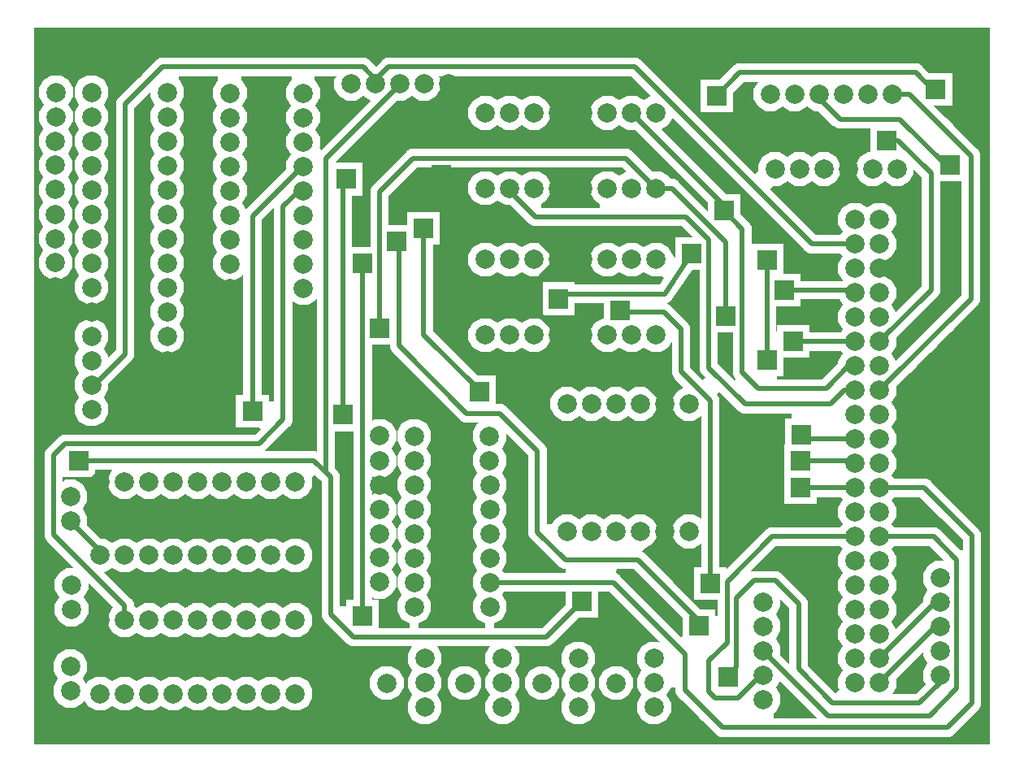
<source format=gbr>
*
%LPD*%
%LN_top_copper*%
%FSLAX34Y34*%
%MOMM*%
%OFA0B0*%
%AD*%
%ADD020C,2.0000*%
%ADD021C,0.5000*%
%ADD022R,2.0000X2.0000*%
G54D20*
G01X857300Y548300D03*
G01X857300Y522900D03*
G01X857300Y497500D03*
G01X857300Y472100D03*
G01X857300Y446700D03*
G01X857300Y421300D03*
G01X857300Y395900D03*
G01X857300Y370500D03*
G01X857300Y345100D03*
G01X857300Y319700D03*
G01X857300Y294300D03*
G01X857300Y268900D03*
G01X857300Y243500D03*
G01X857300Y218100D03*
G01X857300Y192700D03*
G01X857300Y167300D03*
G01X857300Y141900D03*
G01X857300Y116500D03*
G01X857300Y91100D03*
G01X857300Y65700D03*
G01X882700Y548300D03*
G01X882700Y522900D03*
G01X882700Y497500D03*
G01X882700Y472100D03*
G01X882700Y446700D03*
G01X882700Y421300D03*
G01X882700Y395900D03*
G01X882700Y370500D03*
G01X882700Y345100D03*
G01X882700Y319700D03*
G01X882700Y294300D03*
G01X882700Y268900D03*
G01X882700Y243500D03*
G01X882700Y218100D03*
G01X882700Y192700D03*
G01X882700Y167300D03*
G01X882700Y141900D03*
G01X882700Y116500D03*
G01X882700Y91100D03*
G01X882700Y65700D03*
G01X762000Y150000D03*
G01X762000Y124600D03*
G01X762000Y99200D03*
G01X762000Y73800D03*
G01X762000Y48400D03*
G01X40000Y234300D03*
G01X40000Y259700D03*
G01X41000Y142300D03*
G01X41000Y167700D03*
G01X40000Y57300D03*
G01X40000Y82700D03*
G01X650000Y428000D03*
G01X624600Y428000D03*
G01X599200Y428000D03*
G01X573800Y428000D03*
G01X548400Y428000D03*
G01X523000Y428000D03*
G01X497600Y428000D03*
G01X472200Y428000D03*
G01X650000Y506700D03*
G01X624600Y506700D03*
G01X599200Y506700D03*
G01X573800Y506700D03*
G01X548400Y506700D03*
G01X523000Y506700D03*
G01X497600Y506700D03*
G01X472200Y506700D03*
G01X650000Y581000D03*
G01X624600Y581000D03*
G01X599200Y581000D03*
G01X573800Y581000D03*
G01X548400Y581000D03*
G01X523000Y581000D03*
G01X497600Y581000D03*
G01X472200Y581000D03*
G01X650000Y659700D03*
G01X624600Y659700D03*
G01X599200Y659700D03*
G01X573800Y659700D03*
G01X548400Y659700D03*
G01X523000Y659700D03*
G01X497600Y659700D03*
G01X472200Y659700D03*
G01X409000Y91000D03*
G01X409000Y65600D03*
G01X409000Y40200D03*
G01X490000Y91000D03*
G01X490000Y65600D03*
G01X490000Y40200D03*
G01X569000Y91000D03*
G01X569000Y65600D03*
G01X569000Y40200D03*
G01X896000Y679000D03*
G01X870600Y679000D03*
G01X845200Y679000D03*
G01X819800Y679000D03*
G01X794400Y679000D03*
G01X769000Y679000D03*
G01X901000Y601000D03*
G01X875600Y601000D03*
G01X850200Y601000D03*
G01X824800Y601000D03*
G01X799400Y601000D03*
G01X774000Y601000D03*
G01X62000Y681000D03*
G01X62000Y655600D03*
G01X62000Y630200D03*
G01X62000Y604800D03*
G01X62000Y579400D03*
G01X62000Y554000D03*
G01X62000Y528600D03*
G01X62000Y503200D03*
G01X62000Y477800D03*
G01X62000Y452400D03*
G01X62000Y427000D03*
G01X62000Y401600D03*
G01X62000Y376200D03*
G01X62000Y350800D03*
G01X140700Y681000D03*
G01X140700Y655600D03*
G01X140700Y630200D03*
G01X140700Y604800D03*
G01X140700Y579400D03*
G01X140700Y554000D03*
G01X140700Y528600D03*
G01X140700Y503200D03*
G01X140700Y477800D03*
G01X140700Y452400D03*
G01X140700Y427000D03*
G01X140700Y401600D03*
G01X140700Y376200D03*
G01X140700Y350800D03*
G01X206000Y477000D03*
G01X206000Y502400D03*
G01X206000Y527800D03*
G01X206000Y553200D03*
G01X206000Y578600D03*
G01X206000Y604000D03*
G01X206000Y629400D03*
G01X206000Y654800D03*
G01X206000Y680200D03*
G01X282500Y477000D03*
G01X282500Y502400D03*
G01X282500Y527800D03*
G01X282500Y553200D03*
G01X282500Y578600D03*
G01X282500Y604000D03*
G01X282500Y629400D03*
G01X282500Y654800D03*
G01X282500Y680200D03*
G01X71000Y275000D03*
G01X96400Y275000D03*
G01X121800Y275000D03*
G01X147200Y275000D03*
G01X172600Y275000D03*
G01X198000Y275000D03*
G01X223400Y275000D03*
G01X248800Y275000D03*
G01X274200Y275000D03*
G01X71000Y198500D03*
G01X96400Y198500D03*
G01X121800Y198500D03*
G01X147200Y198500D03*
G01X172600Y198500D03*
G01X198000Y198500D03*
G01X223400Y198500D03*
G01X248800Y198500D03*
G01X274200Y198500D03*
G01X648000Y91000D03*
G01X648000Y65600D03*
G01X648000Y40200D03*
G01X398000Y145000D03*
G01X398000Y170400D03*
G01X398000Y195800D03*
G01X398000Y221200D03*
G01X398000Y246600D03*
G01X398000Y272000D03*
G01X398000Y297400D03*
G01X398000Y322800D03*
G01X476740Y145000D03*
G01X476740Y170400D03*
G01X476740Y195800D03*
G01X476740Y221200D03*
G01X476740Y246600D03*
G01X476740Y272000D03*
G01X476700Y297400D03*
G01X476700Y322800D03*
G01X684500Y356500D03*
G01X659100Y356500D03*
G01X633700Y356500D03*
G01X608300Y356500D03*
G01X582900Y356500D03*
G01X557500Y356500D03*
G01X684500Y223500D03*
G01X659100Y223500D03*
G01X633700Y223500D03*
G01X608300Y223500D03*
G01X582900Y223500D03*
G01X557500Y223500D03*
G01X71000Y131000D03*
G01X96400Y131000D03*
G01X121800Y131000D03*
G01X147200Y131000D03*
G01X172600Y131000D03*
G01X198000Y131000D03*
G01X223400Y131000D03*
G01X248800Y131000D03*
G01X274200Y131000D03*
G01X71000Y54500D03*
G01X96400Y54500D03*
G01X121800Y54500D03*
G01X147200Y54500D03*
G01X172600Y54500D03*
G01X198000Y54500D03*
G01X223400Y54500D03*
G01X248800Y54500D03*
G01X274200Y54500D03*
G01X946000Y175000D03*
G01X946000Y149600D03*
G01X946000Y124200D03*
G01X946000Y98800D03*
G01X946000Y73400D03*
G01X408300Y690000D03*
G01X433700Y690000D03*
G01X362000Y323000D03*
G01X24500Y528500D03*
G01X383000Y690000D03*
G01X608500Y65500D03*
G01X24500Y503500D03*
G01X362000Y196000D03*
G01X24500Y554000D03*
G01X358000Y690000D03*
G01X362000Y221000D03*
G01X531500Y65500D03*
G01X362000Y297000D03*
G01X450500Y65500D03*
G01X369500Y65500D03*
G01X24500Y478500D03*
G01X362000Y272000D03*
G01X25000Y681000D03*
G01X332500Y690000D03*
G01X25000Y655500D03*
G01X362000Y246000D03*
G01X24500Y630000D03*
G01X24500Y605000D03*
G01X24500Y579500D03*
G01X362000Y171000D03*
G54D21*
G01X722500Y448000D02*
G01X722500Y525000D01*
G01X722500Y525000D02*
G01X666500Y581000D01*
G01X666500Y581000D02*
G01X650000Y581000D01*
G01X362000Y435000D02*
G01X362000Y577500D01*
G01X362000Y577500D02*
G01X397000Y612500D01*
G01X397000Y612500D02*
G01X618500Y612500D01*
G01X618500Y612500D02*
G01X650000Y581000D01*
G01X765500Y506000D02*
G01X765500Y402500D01*
G01X765500Y402500D02*
G01X766000Y402000D01*
G01X383000Y690000D02*
G01X383000Y689000D01*
G01X383000Y689000D02*
G01X306000Y612000D01*
G01X306000Y612000D02*
G01X306000Y285000D01*
G01X306000Y285000D02*
G01X311000Y280000D01*
G01X572500Y150500D02*
G01X535500Y113500D01*
G01X535500Y113500D02*
G01X335000Y113500D01*
G01X335000Y113500D02*
G01X311000Y137500D01*
G01X311000Y137500D02*
G01X311000Y280000D01*
G01X311000Y280000D02*
G01X293500Y297500D01*
G01X293500Y297500D02*
G01X48500Y297500D01*
G01X800500Y269000D02*
G01X857300Y268900D01*
G01X323500Y345000D02*
G01X323500Y590500D01*
G01X323500Y590500D02*
G01X327000Y590500D01*
G01X800500Y297000D02*
G01X854600Y297000D01*
G01X854600Y297000D02*
G01X857300Y294300D01*
G01X890500Y631000D02*
G01X902000Y631000D01*
G01X902000Y631000D02*
G01X936500Y596500D01*
G01X936500Y596500D02*
G01X936500Y475100D01*
G01X936500Y475100D02*
G01X882700Y421300D01*
G01X229500Y349000D02*
G01X229500Y552000D01*
G01X229500Y552000D02*
G01X281500Y604000D01*
G01X281500Y604000D02*
G01X282500Y604000D01*
G01X96400Y131000D02*
G01X96400Y146000D01*
G01X96400Y146000D02*
G01X22500Y219900D01*
G01X22500Y219900D02*
G01X22500Y303000D01*
G01X22500Y303000D02*
G01X34500Y315000D01*
G01X34500Y315000D02*
G01X236500Y315000D01*
G01X236500Y315000D02*
G01X261500Y340000D01*
G01X261500Y340000D02*
G01X261500Y562250D01*
G01X261500Y562250D02*
G01X277850Y578600D01*
G01X277850Y578600D02*
G01X282500Y578600D01*
G01X857300Y319700D02*
G01X807800Y319700D01*
G01X807800Y319700D02*
G01X803000Y324500D01*
G01X803000Y324500D02*
G01X801500Y324500D01*
G01X762000Y73800D02*
G01X758800Y73800D01*
G01X758800Y73800D02*
G01X735000Y50000D01*
G01X735000Y50000D02*
G01X712000Y50000D01*
G01X712000Y50000D02*
G01X705000Y57000D01*
G01X705000Y57000D02*
G01X705000Y88500D01*
G01X705000Y88500D02*
G01X724000Y107500D01*
G01X724000Y107500D02*
G01X724000Y171100D01*
G01X724000Y171100D02*
G01X771000Y218100D01*
G01X771000Y218100D02*
G01X857300Y218100D01*
G01X857300Y370500D02*
G01X846500Y370500D01*
G01X846500Y370500D02*
G01X832000Y356000D01*
G01X832000Y356000D02*
G01X743000Y356000D01*
G01X743000Y356000D02*
G01X705000Y394000D01*
G01X705000Y394000D02*
G01X705000Y527000D01*
G01X705000Y527000D02*
G01X681000Y551000D01*
G01X681000Y551000D02*
G01X524500Y551000D01*
G01X524500Y551000D02*
G01X497600Y577900D01*
G01X497600Y577900D02*
G01X497600Y581000D01*
G01X466000Y369000D02*
G01X466000Y370500D01*
G01X466000Y370500D02*
G01X408000Y428500D01*
G01X408000Y428500D02*
G01X408000Y539000D01*
G01X882700Y218100D02*
G01X939500Y218100D01*
G01X939500Y218100D02*
G01X963500Y194100D01*
G01X963500Y194100D02*
G01X963500Y60000D01*
G01X963500Y60000D02*
G01X935000Y31500D01*
G01X935000Y31500D02*
G01X829100Y31500D01*
G01X829100Y31500D02*
G01X762000Y98600D01*
G01X762000Y98600D02*
G01X762000Y99200D01*
G01X882700Y268900D02*
G01X929500Y268900D01*
G01X929500Y268900D02*
G01X979000Y219400D01*
G01X979000Y219400D02*
G01X979000Y44500D01*
G01X979000Y44500D02*
G01X953500Y19000D01*
G01X953500Y19000D02*
G01X719500Y19000D01*
G01X719500Y19000D02*
G01X680000Y58500D01*
G01X680000Y58500D02*
G01X680000Y96000D01*
G01X680000Y96000D02*
G01X605600Y170400D01*
G01X605600Y170400D02*
G01X476740Y170400D01*
G01X358000Y690000D02*
G01X358000Y694000D01*
G01X358000Y694000D02*
G01X371500Y707500D01*
G01X371500Y707500D02*
G01X627900Y707500D01*
G01X627900Y707500D02*
G01X812500Y522900D01*
G01X812500Y522900D02*
G01X857300Y522900D01*
G01X62000Y376200D02*
G01X65000Y376200D01*
G01X65000Y376200D02*
G01X97000Y408200D01*
G01X97000Y408200D02*
G01X97000Y668500D01*
G01X97000Y668500D02*
G01X136000Y707500D01*
G01X136000Y707500D02*
G01X345000Y707500D01*
G01X345000Y707500D02*
G01X358000Y694500D01*
G01X358000Y694500D02*
G01X358000Y690000D01*
G01X613000Y453500D02*
G01X605500Y452000D01*
G01X605500Y452000D02*
G01X658500Y452000D01*
G01X658500Y452000D02*
G01X676000Y434500D01*
G01X676000Y434500D02*
G01X676000Y390000D01*
G01X676000Y390000D02*
G01X706500Y359500D01*
G01X706500Y359500D02*
G01X706500Y169000D01*
G01X40000Y234300D02*
G01X40000Y234000D01*
G01X40000Y234000D02*
G01X71000Y203000D01*
G01X71000Y203000D02*
G01X71000Y198500D01*
G01X713000Y677500D02*
G01X737000Y701500D01*
G01X737000Y701500D02*
G01X920500Y701500D01*
G01X920500Y701500D02*
G01X938000Y684000D01*
G01X938000Y684000D02*
G01X941500Y684000D01*
G01X896000Y679000D02*
G01X914000Y679000D01*
G01X914000Y679000D02*
G01X978000Y615000D01*
G01X978000Y615000D02*
G01X978000Y465800D01*
G01X978000Y465800D02*
G01X882700Y370500D01*
G01X721000Y557500D02*
G01X740000Y538500D01*
G01X740000Y538500D02*
G01X740000Y389000D01*
G01X740000Y389000D02*
G01X756500Y372500D01*
G01X756500Y372500D02*
G01X827300Y372500D01*
G01X827300Y372500D02*
G01X850700Y395900D01*
G01X850700Y395900D02*
G01X857300Y395900D01*
G01X721000Y557500D02*
G01X721000Y563300D01*
G01X721000Y563300D02*
G01X624600Y659700D01*
G01X659100Y223500D02*
G01X659100Y356500D01*
G01X548400Y428000D02*
G01X548400Y430100D01*
G01X548400Y430100D02*
G01X530000Y448500D01*
G01X530000Y448500D02*
G01X530000Y488300D01*
G01X530000Y488300D02*
G01X548400Y506700D01*
G01X659100Y356500D02*
G01X659100Y358400D01*
G01X659100Y358400D02*
G01X626500Y391000D01*
G01X626500Y391000D02*
G01X608000Y391000D01*
G01X608000Y391000D02*
G01X573800Y425200D01*
G01X573800Y425200D02*
G01X573800Y428000D01*
G01X548400Y506700D02*
G01X518100Y537000D01*
G01X518100Y537000D02*
G01X484500Y537000D01*
G01X484500Y537000D02*
G01X426500Y595000D01*
G01X206000Y477000D02*
G01X206000Y444150D01*
G01X206000Y444150D02*
G01X163450Y401600D01*
G01X163450Y401600D02*
G01X140700Y401600D01*
G01X946000Y149600D02*
G01X941200Y149600D01*
G01X941200Y149600D02*
G01X882700Y91100D01*
G01X857300Y421300D02*
G01X793000Y421500D01*
G01X946000Y124200D02*
G01X941200Y124200D01*
G01X941200Y124200D02*
G01X882700Y65700D01*
G01X695000Y125500D02*
G01X695000Y130500D01*
G01X695000Y130500D02*
G01X631500Y194000D01*
G01X631500Y194000D02*
G01X555500Y194000D01*
G01X555500Y194000D02*
G01X526500Y223000D01*
G01X526500Y223000D02*
G01X526500Y307500D01*
G01X526500Y307500D02*
G01X487500Y346500D01*
G01X487500Y346500D02*
G01X453000Y346500D01*
G01X453000Y346500D02*
G01X382500Y417000D01*
G01X382500Y417000D02*
G01X382500Y526000D01*
G01X382500Y526000D02*
G01X379500Y526000D01*
G01X783500Y475000D02*
G01X854500Y474900D01*
G01X854500Y474900D02*
G01X857300Y472100D01*
G01X687500Y513000D02*
G01X659000Y471000D01*
G01X659000Y471000D02*
G01X548500Y471000D01*
G01X548500Y471000D02*
G01X548000Y466000D01*
G01X344000Y503000D02*
G01X344500Y503000D01*
G01X344500Y503000D02*
G01X344500Y135500D01*
G01X344500Y135500D02*
G01X344000Y135500D01*
G01X725000Y72000D02*
G01X725000Y73000D01*
G01X725000Y73000D02*
G01X734000Y82000D01*
G01X734000Y82000D02*
G01X734000Y154000D01*
G01X734000Y154000D02*
G01X752500Y172500D01*
G01X752500Y172500D02*
G01X774000Y172500D01*
G01X774000Y172500D02*
G01X798500Y148000D01*
G01X798500Y148000D02*
G01X798500Y80000D01*
G01X798500Y80000D02*
G01X834000Y44500D01*
G01X834000Y44500D02*
G01X924550Y44500D01*
G01X924550Y44500D02*
G01X946000Y65950D01*
G01X946000Y65950D02*
G01X946000Y73400D01*
G01X819800Y679000D02*
G01X819800Y674700D01*
G01X819800Y674700D02*
G01X842000Y652500D01*
G01X842000Y652500D02*
G01X904250Y652500D01*
G01X904250Y652500D02*
G01X951750Y605000D01*
G01X951750Y605000D02*
G01X956000Y605000D01*
G54D22*
G01X722500Y448000D03*
G01X362000Y435000D03*
G01X766000Y402000D03*
G01X765500Y506000D03*
G01X572500Y150500D03*
G01X48500Y297500D03*
G01X800500Y269000D03*
G01X327000Y590500D03*
G01X323500Y345000D03*
G01X800500Y297000D03*
G01X890500Y631000D03*
G01X229500Y349000D03*
G01X801500Y324500D03*
G01X466000Y369000D03*
G01X408000Y539000D03*
G01X706500Y169000D03*
G01X613000Y453500D03*
G01X713000Y677500D03*
G01X941500Y684000D03*
G01X721000Y557500D03*
G01X426500Y595000D03*
G01X793000Y421500D03*
G01X695000Y125500D03*
G01X379500Y526000D03*
G01X783500Y475000D03*
G01X548000Y466000D03*
G01X687500Y513000D03*
G01X344000Y503000D03*
G01X344000Y135500D03*
G01X725000Y72000D03*
G01X956000Y605000D03*
G36*
G01X644777Y677007D02*
G01X637300Y672690D01*
G01X629315Y677299D01*
G01X619884Y677299D01*
G01X611900Y672690D01*
G01X603915Y677299D01*
G01X594484Y677299D01*
G01X586316Y672583D01*
G01X581600Y664415D01*
G01X581600Y654984D01*
G01X586316Y646816D01*
G01X594484Y642100D01*
G01X603915Y642100D01*
G01X611900Y646709D01*
G01X619884Y642100D01*
G01X628585Y642100D01*
G01X666292Y604392D01*
G01X704000Y566685D01*
G01X704000Y557500D01*
G01X704000Y557114D01*
G01X673856Y587258D01*
G01X673454Y587954D01*
G01X669045Y590500D01*
G01X664837Y590500D01*
G01X662883Y593883D01*
G01X654715Y598599D01*
G01X646014Y598599D01*
G01X625856Y618758D01*
G01X625454Y619454D01*
G01X621045Y622000D01*
G01X616045Y622000D01*
G01X611045Y622000D01*
G01X606045Y622000D01*
G01X601045Y622000D01*
G01X596045Y622000D01*
G01X591045Y622000D01*
G01X586045Y622000D01*
G01X581045Y622000D01*
G01X576045Y622000D01*
G01X571045Y622000D01*
G01X566045Y622000D01*
G01X561045Y622000D01*
G01X556045Y622000D01*
G01X551045Y622000D01*
G01X546045Y622000D01*
G01X541045Y622000D01*
G01X536045Y622000D01*
G01X531045Y622000D01*
G01X526045Y622000D01*
G01X521045Y622000D01*
G01X516045Y622000D01*
G01X511045Y622000D01*
G01X506045Y622000D01*
G01X501045Y622000D01*
G01X496045Y622000D01*
G01X491045Y622000D01*
G01X486045Y622000D01*
G01X481045Y622000D01*
G01X476045Y622000D01*
G01X476915Y642100D01*
G01X484900Y646709D01*
G01X492884Y642100D01*
G01X502315Y642100D01*
G01X510300Y646709D01*
G01X518284Y642100D01*
G01X527715Y642100D01*
G01X535883Y646816D01*
G01X540599Y654984D01*
G01X540599Y664415D01*
G01X535883Y672583D01*
G01X527715Y677299D01*
G01X527715Y677299D01*
G01X518284Y677299D01*
G01X510300Y672690D01*
G01X502315Y677299D01*
G01X492884Y677299D01*
G01X484900Y672690D01*
G01X476915Y677299D01*
G01X467484Y677299D01*
G01X459316Y672583D01*
G01X454600Y664415D01*
G01X454600Y654984D01*
G01X459316Y646816D01*
G01X467484Y642100D01*
G01X476915Y642100D01*
G01X476045Y622000D01*
G01X471045Y622000D01*
G01X466045Y622000D01*
G01X461045Y622000D01*
G01X456045Y622000D01*
G01X451045Y622000D01*
G01X446045Y622000D01*
G01X441045Y622000D01*
G01X436045Y622000D01*
G01X431045Y622000D01*
G01X426045Y622000D01*
G01X421045Y622000D01*
G01X416045Y622000D01*
G01X411045Y622000D01*
G01X406045Y622000D01*
G01X401045Y622000D01*
G01X396045Y622000D01*
G01X394454Y622000D01*
G01X390045Y619454D01*
G01X389643Y618758D01*
G01X355741Y584856D01*
G01X355045Y584454D01*
G01X352500Y580045D01*
G01X352500Y574954D01*
G01X352500Y569954D01*
G01X352500Y564954D01*
G01X352500Y559954D01*
G01X352500Y554954D01*
G01X352500Y549954D01*
G01X352500Y544954D01*
G01X352500Y539954D01*
G01X352500Y534954D01*
G01X352500Y529954D01*
G01X352500Y524954D01*
G01X352500Y520000D01*
G01X333000Y520000D01*
G01X333000Y525000D01*
G01X333000Y530000D01*
G01X333000Y535000D01*
G01X333000Y540000D01*
G01X333000Y545000D01*
G01X333000Y550000D01*
G01X333000Y555000D01*
G01X333000Y560000D01*
G01X333000Y565000D01*
G01X333000Y570000D01*
G01X333000Y573500D01*
G01X344000Y573500D01*
G01X344000Y590500D01*
G01X344000Y607500D01*
G01X315500Y607500D01*
G01X315500Y607885D01*
G01X380014Y672400D01*
G01X387715Y672400D01*
G01X395650Y676981D01*
G01X403584Y672400D01*
G01X413015Y672400D01*
G01X421183Y677116D01*
G01X425899Y685284D01*
G01X425899Y694715D01*
G01X424003Y698000D01*
G01X429003Y698000D01*
G01X434003Y698000D01*
G01X439003Y698000D01*
G01X444003Y698000D01*
G01X449003Y698000D01*
G01X454003Y698000D01*
G01X459003Y698000D01*
G01X464003Y698000D01*
G01X469003Y698000D01*
G01X474003Y698000D01*
G01X479003Y698000D01*
G01X484003Y698000D01*
G01X489003Y698000D01*
G01X494003Y698000D01*
G01X499003Y698000D01*
G01X504003Y698000D01*
G01X509003Y698000D01*
G01X514003Y698000D01*
G01X519003Y698000D01*
G01X524003Y698000D01*
G01X529003Y698000D01*
G01X534003Y698000D01*
G01X539003Y698000D01*
G01X544003Y698000D01*
G01X549003Y698000D01*
G01X554003Y698000D01*
G01X559003Y698000D01*
G01X564003Y698000D01*
G01X569003Y698000D01*
G01X574003Y698000D01*
G01X579003Y698000D01*
G01X584003Y698000D01*
G01X589003Y698000D01*
G01X594003Y698000D01*
G01X599003Y698000D01*
G01X604003Y698000D01*
G01X609003Y698000D01*
G01X614003Y698000D01*
G01X619003Y698000D01*
G01X623785Y698000D01*
G01X644777Y677007D01*
G01X644777Y677007D01*
G01X314900Y694715D02*
G01X314900Y685284D01*
G01X319616Y677116D01*
G01X327784Y672400D01*
G01X337215Y672400D01*
G01X345250Y677038D01*
G01X352968Y672582D01*
G01X301254Y620868D01*
G01X299639Y623886D01*
G01X300099Y624684D01*
G01X300099Y634115D01*
G01X295490Y642100D01*
G01X300099Y650084D01*
G01X300099Y659515D01*
G01X295490Y667500D01*
G01X300099Y675484D01*
G01X300099Y684915D01*
G01X295383Y693083D01*
G01X294625Y693521D01*
G01X294625Y698000D01*
G01X316796Y698000D01*
G01X314900Y694715D01*
G01X314900Y694715D01*
G01X619187Y598197D02*
G01X611900Y593990D01*
G01X603915Y598599D01*
G01X594484Y598599D01*
G01X586316Y593883D01*
G01X581600Y585715D01*
G01X581600Y576284D01*
G01X586316Y568116D01*
G01X591728Y564991D01*
G01X591728Y560500D01*
G01X586728Y560500D01*
G01X581728Y560500D01*
G01X576728Y560500D01*
G01X571728Y560500D01*
G01X566728Y560500D01*
G01X561728Y560500D01*
G01X556728Y560500D01*
G01X551728Y560500D01*
G01X546728Y560500D01*
G01X541728Y560500D01*
G01X536728Y560500D01*
G01X531728Y560500D01*
G01X530468Y560500D01*
G01X530468Y564989D01*
G01X535883Y568116D01*
G01X540599Y576284D01*
G01X540599Y585715D01*
G01X535883Y593883D01*
G01X527715Y598599D01*
G01X518284Y598599D01*
G01X510300Y593990D01*
G01X502315Y598599D01*
G01X492884Y598599D01*
G01X484900Y593990D01*
G01X476915Y598599D01*
G01X467484Y598599D01*
G01X459316Y593883D01*
G01X454600Y585715D01*
G01X454600Y576284D01*
G01X459316Y568116D01*
G01X467484Y563400D01*
G01X476915Y563400D01*
G01X484900Y568009D01*
G01X492884Y563400D01*
G01X498485Y563400D01*
G01X517143Y544741D01*
G01X517545Y544045D01*
G01X521954Y541500D01*
G01X526954Y541500D01*
G01X531954Y541500D01*
G01X536954Y541500D01*
G01X541954Y541500D01*
G01X546954Y541500D01*
G01X551954Y541500D01*
G01X556954Y541500D01*
G01X561954Y541500D01*
G01X566954Y541500D01*
G01X571954Y541500D01*
G01X576954Y541500D01*
G01X581954Y541500D01*
G01X586954Y541500D01*
G01X591954Y541500D01*
G01X596954Y541500D01*
G01X601954Y541500D01*
G01X606954Y541500D01*
G01X611954Y541500D01*
G01X616954Y541500D01*
G01X621954Y541500D01*
G01X626954Y541500D01*
G01X631954Y541500D01*
G01X636954Y541500D01*
G01X641954Y541500D01*
G01X646954Y541500D01*
G01X651954Y541500D01*
G01X656954Y541500D01*
G01X661954Y541500D01*
G01X666954Y541500D01*
G01X671954Y541500D01*
G01X676885Y541500D01*
G01X688385Y530000D01*
G01X670500Y530000D01*
G01X670500Y513000D01*
G01X670500Y508467D01*
G01X667599Y510435D01*
G01X667599Y511415D01*
G01X662883Y519583D01*
G01X654715Y524299D01*
G01X645284Y524299D01*
G01X637300Y519690D01*
G01X629315Y524299D01*
G01X619884Y524299D01*
G01X611900Y519690D01*
G01X603915Y524299D01*
G01X594484Y524299D01*
G01X586316Y519583D01*
G01X581600Y511415D01*
G01X581600Y501984D01*
G01X586316Y493816D01*
G01X594484Y489100D01*
G01X603915Y489100D01*
G01X611900Y493709D01*
G01X619884Y489100D01*
G01X629315Y489100D01*
G01X637300Y493709D01*
G01X645284Y489100D01*
G01X654715Y489100D01*
G01X655390Y489489D01*
G01X658486Y487388D01*
G01X653812Y480500D01*
G01X648812Y480500D01*
G01X643812Y480500D01*
G01X638812Y480500D01*
G01X633812Y480500D01*
G01X628812Y480500D01*
G01X623812Y480500D01*
G01X618812Y480500D01*
G01X613812Y480500D01*
G01X608812Y480500D01*
G01X603812Y480500D01*
G01X598812Y480500D01*
G01X593812Y480500D01*
G01X588812Y480500D01*
G01X583812Y480500D01*
G01X578812Y480500D01*
G01X573812Y480500D01*
G01X568812Y480500D01*
G01X565000Y480500D01*
G01X565000Y483000D01*
G01X531000Y483000D01*
G01X527715Y489100D01*
G01X535883Y493816D01*
G01X540599Y501984D01*
G01X540599Y511415D01*
G01X535883Y519583D01*
G01X527715Y524299D01*
G01X527715Y524299D01*
G01X518284Y524299D01*
G01X510300Y519690D01*
G01X502315Y524299D01*
G01X492884Y524299D01*
G01X484900Y519690D01*
G01X476915Y524299D01*
G01X467484Y524299D01*
G01X459316Y519583D01*
G01X454600Y511415D01*
G01X454600Y501984D01*
G01X459316Y493816D01*
G01X467484Y489100D01*
G01X476915Y489100D01*
G01X484900Y493709D01*
G01X492884Y489100D01*
G01X502315Y489100D01*
G01X510300Y493709D01*
G01X518284Y489100D01*
G01X527715Y489100D01*
G01X531000Y483000D01*
G01X531000Y466000D01*
G01X531000Y449000D01*
G01X527715Y445599D01*
G01X518284Y445599D01*
G01X510300Y440990D01*
G01X502315Y445599D01*
G01X492884Y445599D01*
G01X484900Y440990D01*
G01X476915Y445599D01*
G01X467484Y445599D01*
G01X459316Y440883D01*
G01X454600Y432715D01*
G01X454600Y423284D01*
G01X459316Y415116D01*
G01X467484Y410400D01*
G01X476915Y410400D01*
G01X484900Y415009D01*
G01X492884Y410400D01*
G01X502315Y410400D01*
G01X510300Y415009D01*
G01X518284Y410400D01*
G01X527715Y410400D01*
G01X535883Y415116D01*
G01X540599Y423284D01*
G01X540599Y432715D01*
G01X535883Y440883D01*
G01X527715Y445599D01*
G01X527715Y445599D01*
G01X531000Y449000D01*
G01X565000Y449000D01*
G01X565000Y461500D01*
G01X596000Y461500D01*
G01X596000Y454545D01*
G01X596000Y449454D01*
G01X596000Y445599D01*
G01X594484Y445599D01*
G01X586316Y440883D01*
G01X581600Y432715D01*
G01X581600Y423284D01*
G01X586316Y415116D01*
G01X594484Y410400D01*
G01X603915Y410400D01*
G01X611900Y415009D01*
G01X619884Y410400D01*
G01X629315Y410400D01*
G01X637300Y415009D01*
G01X645284Y410400D01*
G01X654715Y410400D01*
G01X662883Y415116D01*
G01X666500Y421379D01*
G01X666500Y392545D01*
G01X666500Y390000D01*
G01X666500Y387454D01*
G01X669045Y383045D01*
G01X669741Y382643D01*
G01X678834Y373551D01*
G01X671616Y369383D01*
G01X666900Y361215D01*
G01X666900Y351784D01*
G01X651299Y351784D01*
G01X651299Y361215D01*
G01X646583Y369383D01*
G01X638415Y374099D01*
G01X638415Y374099D01*
G01X628984Y374099D01*
G01X621000Y369490D01*
G01X613015Y374099D01*
G01X603584Y374099D01*
G01X595600Y369490D01*
G01X587615Y374099D01*
G01X578184Y374099D01*
G01X570200Y369490D01*
G01X562215Y374099D01*
G01X552784Y374099D01*
G01X544616Y369383D01*
G01X539900Y361215D01*
G01X539900Y351784D01*
G01X544616Y343616D01*
G01X552784Y338900D01*
G01X562215Y338900D01*
G01X570200Y343509D01*
G01X578184Y338900D01*
G01X587615Y338900D01*
G01X595600Y343509D01*
G01X603584Y338900D01*
G01X613015Y338900D01*
G01X621000Y343509D01*
G01X628984Y338900D01*
G01X638415Y338900D01*
G01X646583Y343616D01*
G01X651299Y351784D01*
G01X666900Y351784D01*
G01X671616Y343616D01*
G01X679784Y338900D01*
G01X689215Y338900D01*
G01X697000Y343394D01*
G01X697000Y338394D01*
G01X697000Y333394D01*
G01X697000Y328394D01*
G01X697000Y323394D01*
G01X697000Y318394D01*
G01X697000Y313394D01*
G01X697000Y308394D01*
G01X697000Y303394D01*
G01X697000Y298394D01*
G01X697000Y293394D01*
G01X697000Y288394D01*
G01X697000Y283394D01*
G01X697000Y278394D01*
G01X697000Y273394D01*
G01X697000Y268394D01*
G01X697000Y263394D01*
G01X697000Y258394D01*
G01X697000Y253394D01*
G01X697000Y248394D01*
G01X697000Y243394D01*
G01X697000Y238394D01*
G01X697000Y236605D01*
G01X689215Y241099D01*
G01X679784Y241099D01*
G01X671616Y236383D01*
G01X666900Y228215D01*
G01X666900Y218784D01*
G01X671616Y210616D01*
G01X679784Y205900D01*
G01X689215Y205900D01*
G01X697000Y210394D01*
G01X697000Y186000D01*
G01X689500Y186000D01*
G01X689500Y169000D01*
G01X689500Y152000D01*
G01X714500Y152000D01*
G01X714500Y135500D01*
G01X712000Y135500D01*
G01X712000Y142500D01*
G01X696614Y142500D01*
G01X667735Y171379D01*
G01X638856Y200258D01*
G01X638454Y200954D01*
G01X635842Y202462D01*
G01X637607Y205900D01*
G01X638415Y205900D01*
G01X646583Y210616D01*
G01X651299Y218784D01*
G01X651299Y228215D01*
G01X646583Y236383D01*
G01X638415Y241099D01*
G01X628984Y241099D01*
G01X621000Y236490D01*
G01X613015Y241099D01*
G01X603584Y241099D01*
G01X595600Y236490D01*
G01X587615Y241099D01*
G01X578184Y241099D01*
G01X570200Y236490D01*
G01X562215Y241099D01*
G01X552784Y241099D01*
G01X544616Y236383D01*
G01X541491Y230972D01*
G01X536000Y230972D01*
G01X536000Y235972D01*
G01X536000Y240972D01*
G01X536000Y245972D01*
G01X536000Y250972D01*
G01X536000Y255972D01*
G01X536000Y260972D01*
G01X536000Y265972D01*
G01X536000Y270972D01*
G01X536000Y275972D01*
G01X536000Y280972D01*
G01X536000Y285972D01*
G01X536000Y290972D01*
G01X536000Y295972D01*
G01X536000Y300972D01*
G01X536000Y305972D01*
G01X536000Y307500D01*
G01X536000Y310045D01*
G01X533454Y314454D01*
G01X532758Y314856D01*
G01X513807Y333807D01*
G01X494856Y352758D01*
G01X494454Y353454D01*
G01X490045Y356000D01*
G01X483000Y356000D01*
G01X483000Y369000D01*
G01X483000Y386000D01*
G01X464114Y386000D01*
G01X440807Y409307D01*
G01X417500Y432614D01*
G01X417500Y437614D01*
G01X417500Y442614D01*
G01X417500Y447614D01*
G01X417500Y452614D01*
G01X417500Y457614D01*
G01X417500Y462614D01*
G01X417500Y467614D01*
G01X417500Y472614D01*
G01X417500Y477614D01*
G01X417500Y482614D01*
G01X417500Y487614D01*
G01X417500Y492614D01*
G01X417500Y497614D01*
G01X417500Y502614D01*
G01X417500Y507614D01*
G01X417500Y512614D01*
G01X417500Y517614D01*
G01X417500Y522000D01*
G01X425000Y522000D01*
G01X425000Y539000D01*
G01X425000Y556000D01*
G01X391000Y556000D01*
G01X391000Y543000D01*
G01X371500Y543000D01*
G01X371500Y573385D01*
G01X401114Y603000D01*
G01X406114Y603000D01*
G01X411114Y603000D01*
G01X416114Y603000D01*
G01X421114Y603000D01*
G01X426114Y603000D01*
G01X431114Y603000D01*
G01X436114Y603000D01*
G01X441114Y603000D01*
G01X446114Y603000D01*
G01X451114Y603000D01*
G01X456114Y603000D01*
G01X461114Y603000D01*
G01X466114Y603000D01*
G01X471114Y603000D01*
G01X476114Y603000D01*
G01X481114Y603000D01*
G01X486114Y603000D01*
G01X491114Y603000D01*
G01X496114Y603000D01*
G01X501114Y603000D01*
G01X506114Y603000D01*
G01X511114Y603000D01*
G01X516114Y603000D01*
G01X521114Y603000D01*
G01X526114Y603000D01*
G01X531114Y603000D01*
G01X536114Y603000D01*
G01X541114Y603000D01*
G01X546114Y603000D01*
G01X551114Y603000D01*
G01X556114Y603000D01*
G01X561114Y603000D01*
G01X566114Y603000D01*
G01X571114Y603000D01*
G01X576114Y603000D01*
G01X581114Y603000D01*
G01X586114Y603000D01*
G01X591114Y603000D01*
G01X596114Y603000D01*
G01X601114Y603000D01*
G01X606114Y603000D01*
G01X611114Y603000D01*
G01X614385Y603000D01*
G01X619187Y598197D01*
G01X619187Y598197D01*
G01X270374Y693521D02*
G01X269616Y693083D01*
G01X264900Y684915D01*
G01X264900Y675484D01*
G01X269509Y667500D01*
G01X264900Y659515D01*
G01X264900Y650084D01*
G01X269509Y642100D01*
G01X264900Y634115D01*
G01X264900Y624684D01*
G01X269509Y616700D01*
G01X264900Y608715D01*
G01X264900Y601014D01*
G01X223241Y559356D01*
G01X222886Y559151D01*
G01X218990Y565900D01*
G01X223599Y573884D01*
G01X223599Y583315D01*
G01X218990Y591300D01*
G01X223599Y599284D01*
G01X223599Y608715D01*
G01X218990Y616700D01*
G01X223599Y624684D01*
G01X223599Y634115D01*
G01X218990Y642100D01*
G01X223599Y650084D01*
G01X223599Y659515D01*
G01X218990Y667500D01*
G01X223599Y675484D01*
G01X223599Y684915D01*
G01X218883Y693083D01*
G01X218125Y693521D01*
G01X218125Y698000D01*
G01X223125Y698000D01*
G01X228125Y698000D01*
G01X233125Y698000D01*
G01X238125Y698000D01*
G01X243125Y698000D01*
G01X248125Y698000D01*
G01X253125Y698000D01*
G01X258125Y698000D01*
G01X263125Y698000D01*
G01X268125Y698000D01*
G01X270374Y698000D01*
G01X270374Y693521D01*
G01X270374Y693521D01*
G01X805143Y516641D02*
G01X805545Y515945D01*
G01X809954Y513400D01*
G01X842462Y513400D01*
G01X844309Y510200D01*
G01X839700Y502215D01*
G01X839700Y492784D01*
G01X844309Y484800D01*
G01X844160Y484541D01*
G01X800500Y484603D01*
G01X800500Y492000D01*
G01X782500Y492000D01*
G01X782500Y506000D01*
G01X782500Y523000D01*
G01X749500Y523000D01*
G01X749500Y538500D01*
G01X749500Y541045D01*
G01X746954Y545454D01*
G01X746258Y545856D01*
G01X738000Y554114D01*
G01X738000Y557500D01*
G01X738000Y574500D01*
G01X723414Y574500D01*
G01X689413Y608501D01*
G01X655412Y642502D01*
G01X662883Y646816D01*
G01X667307Y654477D01*
G01X736225Y585559D01*
G01X805143Y516641D01*
G01X805143Y516641D01*
G01X695500Y396545D02*
G01X695500Y394000D01*
G01X695500Y391454D01*
G01X698045Y387045D01*
G01X698741Y386643D01*
G01X701343Y384041D01*
G01X698458Y381156D01*
G01X685500Y394114D01*
G01X685500Y434500D01*
G01X685500Y437045D01*
G01X682954Y441454D01*
G01X682258Y441856D01*
G01X665856Y458258D01*
G01X665454Y458954D01*
G01X661045Y461500D01*
G01X661545Y461500D01*
G01X665954Y464045D01*
G01X666881Y465651D01*
G01X666966Y465594D01*
G01X687598Y496000D01*
G01X695500Y496000D01*
G01X695500Y491000D01*
G01X695500Y486000D01*
G01X695500Y481000D01*
G01X695500Y476000D01*
G01X695500Y471000D01*
G01X695500Y466000D01*
G01X695500Y461000D01*
G01X695500Y456000D01*
G01X695500Y451000D01*
G01X695500Y446000D01*
G01X695500Y441000D01*
G01X695500Y436000D01*
G01X695500Y431000D01*
G01X695500Y426000D01*
G01X695500Y421000D01*
G01X695500Y416000D01*
G01X695500Y411000D01*
G01X695500Y406000D01*
G01X695500Y401000D01*
G01X695500Y396545D01*
G01X695500Y396545D01*
G01X296500Y306737D02*
G01X296045Y307000D01*
G01X291045Y307000D01*
G01X286045Y307000D01*
G01X281045Y307000D01*
G01X276045Y307000D01*
G01X271045Y307000D01*
G01X266045Y307000D01*
G01X261045Y307000D01*
G01X256045Y307000D01*
G01X251045Y307000D01*
G01X246045Y307000D01*
G01X241643Y307000D01*
G01X243454Y308045D01*
G01X243856Y308741D01*
G01X267758Y332643D01*
G01X268454Y333045D01*
G01X271000Y337454D01*
G01X271000Y340000D01*
G01X271000Y345000D01*
G01X271000Y350000D01*
G01X271000Y355000D01*
G01X271000Y360000D01*
G01X271000Y365000D01*
G01X271000Y370000D01*
G01X271000Y375000D01*
G01X271000Y380000D01*
G01X271000Y385000D01*
G01X271000Y390000D01*
G01X271000Y395000D01*
G01X271000Y400000D01*
G01X271000Y405000D01*
G01X271000Y410000D01*
G01X271000Y415000D01*
G01X271000Y420000D01*
G01X271000Y425000D01*
G01X271000Y430000D01*
G01X271000Y435000D01*
G01X271000Y440000D01*
G01X271000Y445000D01*
G01X271000Y450000D01*
G01X271000Y455000D01*
G01X271000Y460000D01*
G01X271000Y463317D01*
G01X277784Y459400D01*
G01X287215Y459400D01*
G01X295383Y464116D01*
G01X296500Y466049D01*
G01X296500Y461049D01*
G01X296500Y456049D01*
G01X296500Y451049D01*
G01X296500Y446049D01*
G01X296500Y441049D01*
G01X296500Y436049D01*
G01X296500Y431049D01*
G01X296500Y426049D01*
G01X296500Y421049D01*
G01X296500Y416049D01*
G01X296500Y411049D01*
G01X296500Y406049D01*
G01X296500Y401049D01*
G01X296500Y396049D01*
G01X296500Y391049D01*
G01X296500Y386049D01*
G01X296500Y381049D01*
G01X296500Y376049D01*
G01X296500Y371049D01*
G01X296500Y366049D01*
G01X296500Y361049D01*
G01X296500Y356049D01*
G01X296500Y351049D01*
G01X296500Y346049D01*
G01X296500Y341049D01*
G01X296500Y336049D01*
G01X296500Y331049D01*
G01X296500Y326049D01*
G01X296500Y321049D01*
G01X296500Y316049D01*
G01X296500Y311049D01*
G01X296500Y306737D01*
G01X296500Y306737D01*
G01X840908Y465292D02*
G01X844309Y459400D01*
G01X839700Y451415D01*
G01X839700Y441984D01*
G01X844309Y434000D01*
G01X842562Y430972D01*
G01X810000Y431074D01*
G01X810000Y438500D01*
G01X776000Y438500D01*
G01X776000Y431500D01*
G01X775000Y431500D01*
G01X775000Y458000D01*
G01X800500Y458000D01*
G01X800500Y465349D01*
G01X840908Y465292D01*
G01X840908Y465292D01*
G01X968500Y469914D02*
G01X899897Y401312D01*
G01X895690Y408600D01*
G01X900299Y416584D01*
G01X900299Y425285D01*
G01X942758Y467743D01*
G01X943454Y468145D01*
G01X946000Y472554D01*
G01X946000Y475100D01*
G01X946000Y480100D01*
G01X946000Y485100D01*
G01X946000Y490100D01*
G01X946000Y495100D01*
G01X946000Y500100D01*
G01X946000Y505100D01*
G01X946000Y510100D01*
G01X946000Y515100D01*
G01X946000Y520100D01*
G01X946000Y525100D01*
G01X946000Y530100D01*
G01X946000Y535100D01*
G01X946000Y540100D01*
G01X946000Y545100D01*
G01X946000Y550100D01*
G01X946000Y555100D01*
G01X946000Y560100D01*
G01X946000Y565100D01*
G01X946000Y570100D01*
G01X946000Y575100D01*
G01X946000Y580100D01*
G01X946000Y585100D01*
G01X946000Y588000D01*
G01X968500Y588000D01*
G01X968500Y583000D01*
G01X968500Y578000D01*
G01X968500Y573000D01*
G01X968500Y568000D01*
G01X968500Y563000D01*
G01X968500Y558000D01*
G01X968500Y553000D01*
G01X968500Y548000D01*
G01X968500Y543000D01*
G01X968500Y538000D01*
G01X968500Y533000D01*
G01X968500Y528000D01*
G01X968500Y523000D01*
G01X968500Y518000D01*
G01X968500Y513000D01*
G01X968500Y508000D01*
G01X968500Y503000D01*
G01X968500Y498000D01*
G01X968500Y493000D01*
G01X968500Y488000D01*
G01X968500Y483000D01*
G01X968500Y478000D01*
G01X968500Y473000D01*
G01X968500Y469914D01*
G01X968500Y469914D01*
G01X842509Y411718D02*
G01X844309Y408600D01*
G01X839700Y400615D01*
G01X839700Y398514D01*
G01X823185Y382000D01*
G01X776000Y382000D01*
G01X776000Y385000D01*
G01X783000Y385000D01*
G01X783000Y402000D01*
G01X783000Y404500D01*
G01X810000Y404500D01*
G01X810000Y411820D01*
G01X842509Y411718D01*
G01X842509Y411718D01*
G01X730500Y391545D02*
G01X730500Y389000D01*
G01X730500Y386454D01*
G01X733045Y382045D01*
G01X731807Y380807D01*
G01X714500Y398114D01*
G01X714500Y431000D01*
G01X730500Y431000D01*
G01X730500Y391545D01*
G01X730500Y391545D01*
G01X252000Y559704D02*
G01X252000Y554704D01*
G01X252000Y549704D01*
G01X252000Y544704D01*
G01X252000Y539704D01*
G01X252000Y534704D01*
G01X252000Y529704D01*
G01X252000Y524704D01*
G01X252000Y519704D01*
G01X252000Y514704D01*
G01X252000Y509704D01*
G01X252000Y504704D01*
G01X252000Y499704D01*
G01X252000Y494704D01*
G01X252000Y489704D01*
G01X252000Y484704D01*
G01X252000Y479704D01*
G01X252000Y474704D01*
G01X252000Y469704D01*
G01X252000Y464704D01*
G01X252000Y459704D01*
G01X252000Y454704D01*
G01X252000Y449704D01*
G01X252000Y444704D01*
G01X252000Y439704D01*
G01X252000Y434704D01*
G01X252000Y429704D01*
G01X252000Y424704D01*
G01X252000Y419704D01*
G01X252000Y414704D01*
G01X252000Y409704D01*
G01X252000Y404704D01*
G01X252000Y399704D01*
G01X252000Y394704D01*
G01X252000Y389704D01*
G01X252000Y384704D01*
G01X252000Y379704D01*
G01X252000Y374704D01*
G01X252000Y369704D01*
G01X252000Y364704D01*
G01X252000Y359704D01*
G01X252000Y359000D01*
G01X246500Y359000D01*
G01X246500Y366000D01*
G01X239000Y366000D01*
G01X239000Y371000D01*
G01X239000Y376000D01*
G01X239000Y381000D01*
G01X239000Y386000D01*
G01X239000Y391000D01*
G01X239000Y396000D01*
G01X239000Y401000D01*
G01X239000Y406000D01*
G01X239000Y411000D01*
G01X239000Y416000D01*
G01X239000Y421000D01*
G01X239000Y426000D01*
G01X239000Y431000D01*
G01X239000Y436000D01*
G01X239000Y441000D01*
G01X239000Y446000D01*
G01X239000Y451000D01*
G01X239000Y456000D01*
G01X239000Y461000D01*
G01X239000Y466000D01*
G01X239000Y471000D01*
G01X239000Y476000D01*
G01X239000Y481000D01*
G01X239000Y486000D01*
G01X239000Y491000D01*
G01X239000Y496000D01*
G01X239000Y501000D01*
G01X239000Y506000D01*
G01X239000Y511000D01*
G01X239000Y516000D01*
G01X239000Y521000D01*
G01X239000Y526000D01*
G01X239000Y531000D01*
G01X239000Y536000D01*
G01X239000Y541000D01*
G01X239000Y546000D01*
G01X239000Y547885D01*
G01X252000Y560885D01*
G01X252000Y559704D01*
G01X252000Y559704D01*
G01X969500Y215285D02*
G01X969500Y204001D01*
G01X967213Y204001D01*
G01X946856Y224358D01*
G01X946454Y225054D01*
G01X942045Y227600D01*
G01X897537Y227600D01*
G01X895690Y230800D01*
G01X900299Y238784D01*
G01X900299Y248215D01*
G01X895690Y256200D01*
G01X897537Y259400D01*
G01X925385Y259400D01*
G01X947442Y237342D01*
G01X969500Y215285D01*
G01X969500Y215285D01*
G01X952300Y191684D02*
G01X950715Y192599D01*
G01X941284Y192599D01*
G01X933116Y187883D01*
G01X928400Y179715D01*
G01X928400Y170284D01*
G01X933009Y162300D01*
G01X928400Y154315D01*
G01X928400Y150414D01*
G01X899897Y121912D01*
G01X895690Y129200D01*
G01X900299Y137184D01*
G01X900299Y146615D01*
G01X895690Y154600D01*
G01X900299Y162584D01*
G01X900299Y172015D01*
G01X895690Y180000D01*
G01X900299Y187984D01*
G01X900299Y197415D01*
G01X895690Y205400D01*
G01X897537Y208600D01*
G01X935385Y208600D01*
G01X952300Y191684D01*
G01X952300Y191684D01*
G01X735643Y349741D02*
G01X736045Y349045D01*
G01X740454Y346500D01*
G01X745454Y346500D01*
G01X750454Y346500D01*
G01X755454Y346500D01*
G01X760454Y346500D01*
G01X765454Y346500D01*
G01X770454Y346500D01*
G01X775454Y346500D01*
G01X780454Y346500D01*
G01X785454Y346500D01*
G01X790454Y346500D01*
G01X791500Y346500D01*
G01X791500Y341500D01*
G01X784500Y341500D01*
G01X784500Y324500D01*
G01X784500Y314000D01*
G01X783500Y314000D01*
G01X783500Y297000D01*
G01X783500Y280000D01*
G01X783500Y269000D01*
G01X783500Y252000D01*
G01X817500Y252000D01*
G01X817500Y259343D01*
G01X842520Y259299D01*
G01X844309Y256200D01*
G01X839700Y248215D01*
G01X839700Y238784D01*
G01X844309Y230800D01*
G01X842462Y227600D01*
G01X837462Y227600D01*
G01X832462Y227600D01*
G01X827462Y227600D01*
G01X822462Y227600D01*
G01X817462Y227600D01*
G01X812462Y227600D01*
G01X807462Y227600D01*
G01X802462Y227600D01*
G01X797462Y227600D01*
G01X792462Y227600D01*
G01X787462Y227600D01*
G01X782462Y227600D01*
G01X777462Y227600D01*
G01X772462Y227600D01*
G01X768454Y227600D01*
G01X764045Y225054D01*
G01X763643Y224358D01*
G01X723500Y184214D01*
G01X723500Y186000D01*
G01X716000Y186000D01*
G01X716000Y191000D01*
G01X716000Y196000D01*
G01X716000Y201000D01*
G01X716000Y206000D01*
G01X716000Y211000D01*
G01X716000Y216000D01*
G01X716000Y221000D01*
G01X716000Y226000D01*
G01X716000Y231000D01*
G01X716000Y236000D01*
G01X716000Y241000D01*
G01X716000Y246000D01*
G01X716000Y251000D01*
G01X716000Y256000D01*
G01X716000Y261000D01*
G01X716000Y266000D01*
G01X716000Y271000D01*
G01X716000Y276000D01*
G01X716000Y281000D01*
G01X716000Y286000D01*
G01X716000Y291000D01*
G01X716000Y296000D01*
G01X716000Y301000D01*
G01X716000Y306000D01*
G01X716000Y311000D01*
G01X716000Y316000D01*
G01X716000Y321000D01*
G01X716000Y326000D01*
G01X716000Y331000D01*
G01X716000Y336000D01*
G01X716000Y341000D01*
G01X716000Y346000D01*
G01X716000Y351000D01*
G01X716000Y356000D01*
G01X716000Y359500D01*
G01X716000Y362045D01*
G01X713454Y366454D01*
G01X716192Y369192D01*
G01X735643Y349741D01*
G01X735643Y349741D01*
G01X517000Y303385D02*
G01X517000Y298385D01*
G01X517000Y293385D01*
G01X517000Y288385D01*
G01X517000Y283385D01*
G01X517000Y278385D01*
G01X517000Y273385D01*
G01X517000Y268385D01*
G01X517000Y263385D01*
G01X517000Y258385D01*
G01X517000Y253385D01*
G01X517000Y248385D01*
G01X517000Y243385D01*
G01X517000Y238385D01*
G01X517000Y233385D01*
G01X517000Y228385D01*
G01X517000Y225545D01*
G01X517000Y223000D01*
G01X517000Y220454D01*
G01X519545Y216045D01*
G01X520241Y215643D01*
G01X548143Y187741D01*
G01X548545Y187045D01*
G01X552954Y184500D01*
G01X555500Y184500D01*
G01X555500Y179900D01*
G01X550500Y179900D01*
G01X545500Y179900D01*
G01X540500Y179900D01*
G01X535500Y179900D01*
G01X530500Y179900D01*
G01X525500Y179900D01*
G01X520500Y179900D01*
G01X515500Y179900D01*
G01X510500Y179900D01*
G01X505500Y179900D01*
G01X500500Y179900D01*
G01X495500Y179900D01*
G01X491577Y179900D01*
G01X489730Y183100D01*
G01X494339Y191084D01*
G01X494339Y200515D01*
G01X489730Y208500D01*
G01X494339Y216484D01*
G01X494339Y225915D01*
G01X489730Y233900D01*
G01X494339Y241884D01*
G01X494339Y251315D01*
G01X489730Y259300D01*
G01X494339Y267284D01*
G01X494339Y276715D01*
G01X489710Y284734D01*
G01X494299Y292684D01*
G01X494299Y302115D01*
G01X489690Y310100D01*
G01X494299Y318084D01*
G01X494299Y326085D01*
G01X517000Y303385D01*
G01X517000Y303385D01*
G01X335000Y152500D02*
G01X327000Y152500D01*
G01X327000Y145500D01*
G01X320500Y145500D01*
G01X320500Y150500D01*
G01X320500Y155500D01*
G01X320500Y160500D01*
G01X320500Y165500D01*
G01X320500Y170500D01*
G01X320500Y175500D01*
G01X320500Y180500D01*
G01X320500Y185500D01*
G01X320500Y190500D01*
G01X320500Y195500D01*
G01X320500Y200500D01*
G01X320500Y205500D01*
G01X320500Y210500D01*
G01X320500Y215500D01*
G01X320500Y220500D01*
G01X320500Y225500D01*
G01X320500Y230500D01*
G01X320500Y235500D01*
G01X320500Y240500D01*
G01X320500Y245500D01*
G01X320500Y250500D01*
G01X320500Y255500D01*
G01X320500Y260500D01*
G01X320500Y265500D01*
G01X320500Y270500D01*
G01X320500Y275500D01*
G01X320500Y280000D01*
G01X320500Y282545D01*
G01X317954Y286954D01*
G01X317258Y287356D01*
G01X315500Y289114D01*
G01X315500Y328000D01*
G01X335000Y328000D01*
G01X335000Y323000D01*
G01X335000Y318000D01*
G01X335000Y313000D01*
G01X335000Y308000D01*
G01X335000Y303000D01*
G01X335000Y298000D01*
G01X335000Y293000D01*
G01X335000Y288000D01*
G01X335000Y283000D01*
G01X335000Y278000D01*
G01X335000Y273000D01*
G01X335000Y268000D01*
G01X335000Y263000D01*
G01X335000Y258000D01*
G01X335000Y253000D01*
G01X335000Y248000D01*
G01X335000Y243000D01*
G01X335000Y238000D01*
G01X335000Y233000D01*
G01X335000Y228000D01*
G01X335000Y223000D01*
G01X335000Y218000D01*
G01X335000Y213000D01*
G01X335000Y208000D01*
G01X335000Y203000D01*
G01X335000Y198000D01*
G01X335000Y193000D01*
G01X335000Y188000D01*
G01X335000Y183000D01*
G01X335000Y178000D01*
G01X335000Y173000D01*
G01X335000Y168000D01*
G01X335000Y163000D01*
G01X335000Y158000D01*
G01X335000Y153000D01*
G01X335000Y152500D01*
G01X335000Y152500D01*
G01X555500Y150500D02*
G01X555500Y147114D01*
G01X531385Y123000D01*
G01X526385Y123000D01*
G01X521385Y123000D01*
G01X516385Y123000D01*
G01X511385Y123000D01*
G01X506385Y123000D01*
G01X501385Y123000D01*
G01X496385Y123000D01*
G01X491385Y123000D01*
G01X486385Y123000D01*
G01X481385Y123000D01*
G01X481178Y123000D01*
G01X481178Y127400D01*
G01X481455Y127400D01*
G01X489623Y132116D01*
G01X494339Y140284D01*
G01X494339Y149715D01*
G01X489730Y157700D01*
G01X491577Y160900D01*
G01X496577Y160900D01*
G01X501577Y160900D01*
G01X506577Y160900D01*
G01X511577Y160900D01*
G01X516577Y160900D01*
G01X521577Y160900D01*
G01X526577Y160900D01*
G01X531577Y160900D01*
G01X536577Y160900D01*
G01X541577Y160900D01*
G01X546577Y160900D01*
G01X551577Y160900D01*
G01X555500Y160900D01*
G01X555500Y150500D01*
G01X555500Y150500D01*
G01X373000Y417000D02*
G01X373000Y414454D01*
G01X375545Y410045D01*
G01X376241Y409643D01*
G01X410942Y374942D01*
G01X445643Y340241D01*
G01X446045Y339545D01*
G01X450454Y337000D01*
G01X466095Y337000D01*
G01X463816Y335683D01*
G01X459100Y327515D01*
G01X459100Y318084D01*
G01X463709Y310100D01*
G01X459100Y302115D01*
G01X459100Y292684D01*
G01X463729Y284665D01*
G01X459140Y276715D01*
G01X459140Y267284D01*
G01X463749Y259300D01*
G01X459140Y251315D01*
G01X459140Y241884D01*
G01X463749Y233900D01*
G01X459140Y225915D01*
G01X459140Y216484D01*
G01X463749Y208500D01*
G01X459140Y200515D01*
G01X459140Y191084D01*
G01X463749Y183100D01*
G01X459140Y175115D01*
G01X459140Y165684D01*
G01X463749Y157700D01*
G01X459140Y149715D01*
G01X459140Y140284D01*
G01X463856Y132116D01*
G01X472024Y127400D01*
G01X472301Y127400D01*
G01X472301Y123000D01*
G01X467301Y123000D01*
G01X462301Y123000D01*
G01X457301Y123000D01*
G01X452301Y123000D01*
G01X447301Y123000D01*
G01X442301Y123000D01*
G01X437301Y123000D01*
G01X432301Y123000D01*
G01X427301Y123000D01*
G01X422301Y123000D01*
G01X417301Y123000D01*
G01X412301Y123000D01*
G01X407301Y123000D01*
G01X402438Y123000D01*
G01X402438Y127400D01*
G01X402715Y127400D01*
G01X410883Y132116D01*
G01X415599Y140284D01*
G01X415599Y149715D01*
G01X410990Y157700D01*
G01X415599Y165684D01*
G01X415599Y175115D01*
G01X410990Y183100D01*
G01X415599Y191084D01*
G01X415599Y200515D01*
G01X410990Y208500D01*
G01X415599Y216484D01*
G01X415599Y225915D01*
G01X410990Y233900D01*
G01X415599Y241884D01*
G01X415599Y251315D01*
G01X410990Y259300D01*
G01X415599Y267284D01*
G01X415599Y276715D01*
G01X410990Y284700D01*
G01X415599Y292684D01*
G01X415599Y302115D01*
G01X410990Y310100D01*
G01X415599Y318084D01*
G01X415599Y327515D01*
G01X410883Y335683D01*
G01X402715Y340399D01*
G01X393284Y340399D01*
G01X385116Y335683D01*
G01X380400Y327515D01*
G01X380400Y318084D01*
G01X385009Y310100D01*
G01X380400Y302115D01*
G01X380400Y292684D01*
G01X385009Y284700D01*
G01X380400Y276715D01*
G01X380400Y267284D01*
G01X385009Y259300D01*
G01X380400Y251315D01*
G01X380400Y241884D01*
G01X385009Y233900D01*
G01X380400Y225915D01*
G01X380400Y216484D01*
G01X385009Y208500D01*
G01X380400Y200515D01*
G01X380400Y191084D01*
G01X385009Y183100D01*
G01X380400Y175115D01*
G01X380400Y165684D01*
G01X385009Y157700D01*
G01X380400Y149715D01*
G01X380400Y140284D01*
G01X385116Y132116D01*
G01X393284Y127400D01*
G01X393561Y127400D01*
G01X393561Y123000D01*
G01X361000Y123000D01*
G01X361000Y135500D01*
G01X361000Y152500D01*
G01X354000Y152500D01*
G01X354000Y155296D01*
G01X357284Y153400D01*
G01X366715Y153400D01*
G01X374883Y158116D01*
G01X379599Y166284D01*
G01X379599Y175715D01*
G01X375105Y183500D01*
G01X379599Y191284D01*
G01X379599Y200715D01*
G01X375105Y208500D01*
G01X379599Y216284D01*
G01X379599Y225715D01*
G01X375105Y233500D01*
G01X379599Y241284D01*
G01X379599Y250715D01*
G01X374883Y258883D01*
G01X366715Y263599D01*
G01X357284Y263599D01*
G01X354000Y261703D01*
G01X354000Y281296D01*
G01X357284Y279400D01*
G01X366715Y279400D01*
G01X374883Y284116D01*
G01X379599Y292284D01*
G01X379599Y301715D01*
G01X374883Y309883D01*
G01X374682Y310000D01*
G01X374883Y310116D01*
G01X379599Y318284D01*
G01X379599Y327715D01*
G01X374883Y335883D01*
G01X366715Y340599D01*
G01X357284Y340599D01*
G01X354000Y338703D01*
G01X354000Y343703D01*
G01X354000Y348703D01*
G01X354000Y353703D01*
G01X354000Y358703D01*
G01X354000Y363703D01*
G01X354000Y368703D01*
G01X354000Y373703D01*
G01X354000Y378703D01*
G01X354000Y383703D01*
G01X354000Y388703D01*
G01X354000Y393703D01*
G01X354000Y398703D01*
G01X354000Y403703D01*
G01X354000Y408703D01*
G01X354000Y413703D01*
G01X354000Y418000D01*
G01X373000Y418000D01*
G01X373000Y417000D01*
G01X373000Y417000D01*
G01X678000Y133885D02*
G01X678000Y125500D01*
G01X678000Y115500D01*
G01X676057Y113557D01*
G01X644506Y145107D01*
G01X612956Y176658D01*
G01X612554Y177354D01*
G01X608145Y179900D01*
G01X607975Y179900D01*
G01X609125Y184500D01*
G01X627385Y184500D01*
G01X652692Y159192D01*
G01X678000Y133885D01*
G01X678000Y133885D01*
G01X789000Y143885D02*
G01X789000Y138885D01*
G01X789000Y133885D01*
G01X789000Y128885D01*
G01X789000Y123885D01*
G01X789000Y118885D01*
G01X789000Y113885D01*
G01X789000Y108885D01*
G01X789000Y103885D01*
G01X789000Y98885D01*
G01X789000Y93885D01*
G01X789000Y88885D01*
G01X789000Y85214D01*
G01X779599Y94614D01*
G01X779599Y103915D01*
G01X774990Y111899D01*
G01X779599Y119884D01*
G01X779599Y129315D01*
G01X774990Y137299D01*
G01X779599Y145284D01*
G01X779599Y153285D01*
G01X789000Y143885D01*
G01X789000Y143885D01*
G01X844309Y205400D02*
G01X839700Y197415D01*
G01X839700Y187984D01*
G01X844309Y180000D01*
G01X839700Y172015D01*
G01X839700Y162584D01*
G01X844309Y154600D01*
G01X839700Y146615D01*
G01X839700Y137184D01*
G01X844309Y129200D01*
G01X839700Y121215D01*
G01X839700Y111784D01*
G01X844309Y103800D01*
G01X839700Y95815D01*
G01X839700Y86384D01*
G01X844309Y78400D01*
G01X839700Y70415D01*
G01X839700Y60984D01*
G01X840915Y58879D01*
G01X837075Y55039D01*
G01X808000Y84114D01*
G01X808000Y89114D01*
G01X808000Y94114D01*
G01X808000Y99114D01*
G01X808000Y104114D01*
G01X808000Y109114D01*
G01X808000Y114114D01*
G01X808000Y119114D01*
G01X808000Y124114D01*
G01X808000Y129114D01*
G01X808000Y134114D01*
G01X808000Y139114D01*
G01X808000Y144114D01*
G01X808000Y148000D01*
G01X808000Y150545D01*
G01X805454Y154954D01*
G01X804758Y155356D01*
G01X781356Y178758D01*
G01X780954Y179454D01*
G01X776545Y182000D01*
G01X749999Y182000D01*
G01X749257Y182742D01*
G01X775114Y208600D01*
G01X780114Y208600D01*
G01X785114Y208600D01*
G01X790114Y208600D01*
G01X795114Y208600D01*
G01X800114Y208600D01*
G01X805114Y208600D01*
G01X810114Y208600D01*
G01X815114Y208600D01*
G01X820114Y208600D01*
G01X825114Y208600D01*
G01X830114Y208600D01*
G01X835114Y208600D01*
G01X840114Y208600D01*
G01X842462Y208600D01*
G01X844309Y205400D01*
G01X844309Y205400D01*
G01X928400Y94084D02*
G01X933009Y86100D01*
G01X928400Y78115D01*
G01X928400Y68684D01*
G01X930859Y64424D01*
G01X920435Y54000D01*
G01X896267Y54000D01*
G01X900299Y60984D01*
G01X900299Y69685D01*
G01X928400Y97785D01*
G01X928400Y94084D01*
G01X928400Y94084D01*
G01X818485Y28500D02*
G01X772497Y28500D01*
G01X772497Y34138D01*
G01X774883Y35516D01*
G01X779599Y43684D01*
G01X779599Y53115D01*
G01X774990Y61099D01*
G01X778977Y68007D01*
G01X798731Y48253D01*
G01X818485Y28500D01*
G01X818485Y28500D01*
G01X998000Y2000D02*
G01X993000Y2000D01*
G01X988000Y2000D01*
G01X983000Y2000D01*
G01X978000Y2000D01*
G01X973000Y2000D01*
G01X968000Y2000D01*
G01X963000Y2000D01*
G01X958000Y2000D01*
G01X953000Y2000D01*
G01X948000Y2000D01*
G01X943000Y2000D01*
G01X938000Y2000D01*
G01X933000Y2000D01*
G01X928000Y2000D01*
G01X923000Y2000D01*
G01X918000Y2000D01*
G01X913000Y2000D01*
G01X908000Y2000D01*
G01X903000Y2000D01*
G01X898000Y2000D01*
G01X893000Y2000D01*
G01X888000Y2000D01*
G01X883000Y2000D01*
G01X878000Y2000D01*
G01X873000Y2000D01*
G01X868000Y2000D01*
G01X863000Y2000D01*
G01X858000Y2000D01*
G01X853000Y2000D01*
G01X848000Y2000D01*
G01X843000Y2000D01*
G01X838000Y2000D01*
G01X833000Y2000D01*
G01X828000Y2000D01*
G01X823000Y2000D01*
G01X818000Y2000D01*
G01X813000Y2000D01*
G01X808000Y2000D01*
G01X803000Y2000D01*
G01X798000Y2000D01*
G01X793000Y2000D01*
G01X788000Y2000D01*
G01X783000Y2000D01*
G01X778000Y2000D01*
G01X773000Y2000D01*
G01X768000Y2000D01*
G01X763000Y2000D01*
G01X758000Y2000D01*
G01X753000Y2000D01*
G01X748000Y2000D01*
G01X743000Y2000D01*
G01X738000Y2000D01*
G01X733000Y2000D01*
G01X728000Y2000D01*
G01X723000Y2000D01*
G01X718000Y2000D01*
G01X716954Y9500D01*
G01X721954Y9500D01*
G01X726954Y9500D01*
G01X731954Y9500D01*
G01X736954Y9500D01*
G01X741954Y9500D01*
G01X746954Y9500D01*
G01X751954Y9500D01*
G01X756954Y9500D01*
G01X761954Y9500D01*
G01X766954Y9500D01*
G01X771954Y9500D01*
G01X776954Y9500D01*
G01X781954Y9500D01*
G01X786954Y9500D01*
G01X791954Y9500D01*
G01X796954Y9500D01*
G01X801954Y9500D01*
G01X806954Y9500D01*
G01X811954Y9500D01*
G01X816954Y9500D01*
G01X821954Y9500D01*
G01X826954Y9500D01*
G01X831954Y9500D01*
G01X836954Y9500D01*
G01X841954Y9500D01*
G01X846954Y9500D01*
G01X851954Y9500D01*
G01X856954Y9500D01*
G01X861954Y9500D01*
G01X866954Y9500D01*
G01X871954Y9500D01*
G01X876954Y9500D01*
G01X881954Y9500D01*
G01X886954Y9500D01*
G01X891954Y9500D01*
G01X896954Y9500D01*
G01X901954Y9500D01*
G01X906954Y9500D01*
G01X911954Y9500D01*
G01X916954Y9500D01*
G01X921954Y9500D01*
G01X926954Y9500D01*
G01X931954Y9500D01*
G01X936954Y9500D01*
G01X941954Y9500D01*
G01X946954Y9500D01*
G01X951954Y9500D01*
G01X956045Y9500D01*
G01X960454Y12045D01*
G01X960856Y12741D01*
G01X985258Y37143D01*
G01X985954Y37545D01*
G01X988500Y41954D01*
G01X988500Y44500D01*
G01X988500Y49500D01*
G01X988500Y54500D01*
G01X988500Y59500D01*
G01X988500Y64500D01*
G01X988500Y69500D01*
G01X988500Y74500D01*
G01X988500Y79500D01*
G01X988500Y84500D01*
G01X988500Y89500D01*
G01X988500Y94500D01*
G01X988500Y99500D01*
G01X988500Y104500D01*
G01X988500Y109500D01*
G01X988500Y114500D01*
G01X988500Y119500D01*
G01X988500Y124500D01*
G01X988500Y129500D01*
G01X988500Y134500D01*
G01X988500Y139500D01*
G01X988500Y144500D01*
G01X988500Y149500D01*
G01X988500Y154500D01*
G01X988500Y159500D01*
G01X988500Y164500D01*
G01X988500Y169500D01*
G01X988500Y174500D01*
G01X988500Y179500D01*
G01X988500Y184500D01*
G01X988500Y189500D01*
G01X988500Y194500D01*
G01X988500Y199500D01*
G01X988500Y204500D01*
G01X988500Y209500D01*
G01X988500Y214500D01*
G01X988500Y219400D01*
G01X988500Y221945D01*
G01X985954Y226354D01*
G01X985258Y226756D01*
G01X985258Y226756D01*
G01X981720Y230294D01*
G01X978185Y233828D01*
G01X974650Y237363D01*
G01X971115Y240899D01*
G01X967579Y244434D01*
G01X964044Y247970D01*
G01X960508Y251505D01*
G01X956973Y255041D01*
G01X953437Y258576D01*
G01X949902Y262112D01*
G01X946367Y265647D01*
G01X942831Y269183D01*
G01X936856Y275158D01*
G01X936454Y275854D01*
G01X932045Y278400D01*
G01X897537Y278400D01*
G01X895690Y281600D01*
G01X900299Y289584D01*
G01X900299Y299015D01*
G01X895690Y307000D01*
G01X900299Y314984D01*
G01X900299Y324415D01*
G01X895690Y332400D01*
G01X900299Y340384D01*
G01X900299Y349815D01*
G01X895690Y357800D01*
G01X900299Y365784D01*
G01X900299Y374485D01*
G01X900299Y374485D01*
G01X903834Y378019D01*
G01X907370Y381555D01*
G01X910905Y385091D01*
G01X914441Y388626D01*
G01X917977Y392162D01*
G01X921512Y395698D01*
G01X925048Y399233D01*
G01X928583Y402769D01*
G01X932119Y406304D01*
G01X935654Y409840D01*
G01X939190Y413375D01*
G01X942726Y416911D01*
G01X946261Y420446D01*
G01X949797Y423982D01*
G01X953332Y427518D01*
G01X956868Y431053D01*
G01X960403Y434589D01*
G01X963939Y438124D01*
G01X967474Y441660D01*
G01X971010Y445195D01*
G01X974545Y448731D01*
G01X978081Y452266D01*
G01X984258Y458443D01*
G01X984954Y458845D01*
G01X987500Y463254D01*
G01X987500Y465800D01*
G01X987500Y470800D01*
G01X987500Y475800D01*
G01X987500Y480800D01*
G01X987500Y485800D01*
G01X987500Y490800D01*
G01X987500Y495800D01*
G01X987500Y500800D01*
G01X987500Y505800D01*
G01X987500Y510800D01*
G01X987500Y515800D01*
G01X987500Y520800D01*
G01X987500Y525800D01*
G01X987500Y530800D01*
G01X987500Y535800D01*
G01X987500Y540800D01*
G01X987500Y545800D01*
G01X987500Y550800D01*
G01X987500Y555800D01*
G01X987500Y560800D01*
G01X987500Y565800D01*
G01X987500Y570800D01*
G01X987500Y575800D01*
G01X987500Y580800D01*
G01X987500Y585800D01*
G01X987500Y590800D01*
G01X987500Y595800D01*
G01X987500Y600800D01*
G01X987500Y605800D01*
G01X987500Y610800D01*
G01X987500Y615000D01*
G01X987500Y617545D01*
G01X984954Y621954D01*
G01X984258Y622356D01*
G01X984258Y622356D01*
G01X980719Y625895D01*
G01X977185Y629429D01*
G01X973650Y632964D01*
G01X970115Y636499D01*
G01X966579Y640034D01*
G01X963044Y643570D01*
G01X959508Y647105D01*
G01X955973Y650641D01*
G01X952437Y654176D01*
G01X948902Y657712D01*
G01X945366Y661247D01*
G01X939614Y667000D01*
G01X958500Y667000D01*
G01X958500Y684000D01*
G01X958500Y701000D01*
G01X934614Y701000D01*
G01X927856Y707758D01*
G01X927454Y708454D01*
G01X923045Y711000D01*
G01X918045Y711000D01*
G01X913045Y711000D01*
G01X908045Y711000D01*
G01X903045Y711000D01*
G01X898045Y711000D01*
G01X893045Y711000D01*
G01X888045Y711000D01*
G01X883045Y711000D01*
G01X878045Y711000D01*
G01X873045Y711000D01*
G01X868045Y711000D01*
G01X863045Y711000D01*
G01X858045Y711000D01*
G01X853045Y711000D01*
G01X848045Y711000D01*
G01X843045Y711000D01*
G01X838045Y711000D01*
G01X833045Y711000D01*
G01X828045Y711000D01*
G01X823045Y711000D01*
G01X818045Y711000D01*
G01X813045Y711000D01*
G01X808045Y711000D01*
G01X803045Y711000D01*
G01X798045Y711000D01*
G01X793045Y711000D01*
G01X788045Y711000D01*
G01X783045Y711000D01*
G01X778045Y711000D01*
G01X773045Y711000D01*
G01X768045Y711000D01*
G01X763045Y711000D01*
G01X758045Y711000D01*
G01X753045Y711000D01*
G01X748045Y711000D01*
G01X743045Y711000D01*
G01X738045Y711000D01*
G01X734454Y711000D01*
G01X730045Y708454D01*
G01X729643Y707758D01*
G01X716385Y694500D01*
G01X696000Y694500D01*
G01X696000Y677500D01*
G01X696000Y660500D01*
G01X730000Y660500D01*
G01X730000Y677500D01*
G01X730000Y680885D01*
G01X741114Y692000D01*
G01X756317Y692000D01*
G01X756116Y691883D01*
G01X751400Y683715D01*
G01X751400Y674284D01*
G01X756116Y666116D01*
G01X764284Y661400D01*
G01X773715Y661400D01*
G01X781700Y666009D01*
G01X789684Y661400D01*
G01X799115Y661400D01*
G01X807100Y666009D01*
G01X815084Y661400D01*
G01X819485Y661400D01*
G01X834643Y646241D01*
G01X835045Y645545D01*
G01X839454Y643000D01*
G01X873500Y643000D01*
G01X873500Y631000D01*
G01X873500Y618599D01*
G01X870884Y618599D01*
G01X862716Y613883D01*
G01X858000Y605715D01*
G01X858000Y596284D01*
G01X862716Y588116D01*
G01X870884Y583400D01*
G01X880315Y583400D01*
G01X888300Y588009D01*
G01X896284Y583400D01*
G01X905715Y583400D01*
G01X913883Y588116D01*
G01X918599Y596284D01*
G01X918599Y600785D01*
G01X927000Y592385D01*
G01X927000Y587385D01*
G01X927000Y582385D01*
G01X927000Y577385D01*
G01X927000Y572385D01*
G01X927000Y567385D01*
G01X927000Y562385D01*
G01X927000Y557385D01*
G01X927000Y552385D01*
G01X927000Y547385D01*
G01X927000Y542385D01*
G01X927000Y537385D01*
G01X927000Y532385D01*
G01X927000Y527385D01*
G01X927000Y522385D01*
G01X927000Y517385D01*
G01X927000Y512385D01*
G01X927000Y507385D01*
G01X927000Y502385D01*
G01X927000Y497385D01*
G01X927000Y492385D01*
G01X927000Y487385D01*
G01X927000Y482385D01*
G01X927000Y479214D01*
G01X899897Y452112D01*
G01X895690Y459400D01*
G01X900299Y467384D01*
G01X900299Y476815D01*
G01X895583Y484983D01*
G01X887415Y489699D01*
G01X879615Y497499D01*
G01X887415Y505300D01*
G01X895583Y510016D01*
G01X900299Y518184D01*
G01X900299Y527615D01*
G01X895690Y535600D01*
G01X900299Y543584D01*
G01X900299Y553015D01*
G01X895583Y561183D01*
G01X887415Y565899D01*
G01X877984Y565899D01*
G01X870000Y561290D01*
G01X862015Y565899D01*
G01X852584Y565899D01*
G01X844416Y561183D01*
G01X839700Y553015D01*
G01X839700Y543584D01*
G01X844309Y535600D01*
G01X842462Y532400D01*
G01X816614Y532400D01*
G01X816614Y532400D01*
G01X813084Y535930D01*
G01X809546Y539468D01*
G01X806009Y543004D01*
G01X802473Y546540D01*
G01X798937Y550076D01*
G01X795402Y553612D01*
G01X791866Y557148D01*
G01X788330Y560683D01*
G01X784795Y564219D01*
G01X781259Y567754D01*
G01X777724Y571290D01*
G01X774188Y574825D01*
G01X768814Y580200D01*
G01X772014Y583400D01*
G01X778715Y583400D01*
G01X786700Y588009D01*
G01X794684Y583400D01*
G01X804115Y583400D01*
G01X812100Y588009D01*
G01X820084Y583400D01*
G01X829515Y583400D01*
G01X837683Y588116D01*
G01X842399Y596284D01*
G01X842399Y605715D01*
G01X837683Y613883D01*
G01X829515Y618599D01*
G01X820084Y618599D01*
G01X812100Y613990D01*
G01X804115Y618599D01*
G01X794684Y618599D01*
G01X786700Y613990D01*
G01X778715Y618599D01*
G01X769284Y618599D01*
G01X761116Y613883D01*
G01X756400Y605715D01*
G01X756400Y599026D01*
G01X753194Y595820D01*
G01X753194Y595820D01*
G01X749659Y599355D01*
G01X746123Y602891D01*
G01X742587Y606426D01*
G01X739052Y609962D01*
G01X735516Y613497D01*
G01X731981Y617033D01*
G01X728445Y620568D01*
G01X724910Y624104D01*
G01X721374Y627640D01*
G01X717839Y631175D01*
G01X714303Y634711D01*
G01X710768Y638246D01*
G01X707232Y641782D01*
G01X703696Y645317D01*
G01X700161Y648853D01*
G01X696625Y652388D01*
G01X693090Y655924D01*
G01X689554Y659459D01*
G01X686019Y662995D01*
G01X682483Y666530D01*
G01X678948Y670066D01*
G01X675412Y673601D01*
G01X671877Y677137D01*
G01X668341Y680673D01*
G01X664806Y684208D01*
G01X661270Y687744D01*
G01X657734Y691279D01*
G01X654199Y694815D01*
G01X650663Y698350D01*
G01X647128Y701886D01*
G01X643592Y705421D01*
G01X640057Y708957D01*
G01X635256Y713758D01*
G01X634854Y714454D01*
G01X630445Y717000D01*
G01X630445Y717000D01*
G01X625445Y717000D01*
G01X620445Y717000D01*
G01X615445Y717000D01*
G01X610445Y717000D01*
G01X605445Y717000D01*
G01X600445Y717000D01*
G01X595445Y717000D01*
G01X590445Y717000D01*
G01X585445Y717000D01*
G01X580445Y717000D01*
G01X575445Y717000D01*
G01X570445Y717000D01*
G01X565445Y717000D01*
G01X560445Y717000D01*
G01X555445Y717000D01*
G01X550445Y717000D01*
G01X545445Y717000D01*
G01X540445Y717000D01*
G01X535445Y717000D01*
G01X530445Y717000D01*
G01X525445Y717000D01*
G01X520445Y717000D01*
G01X515445Y717000D01*
G01X510445Y717000D01*
G01X505445Y717000D01*
G01X500445Y717000D01*
G01X495445Y717000D01*
G01X490445Y717000D01*
G01X485445Y717000D01*
G01X480445Y717000D01*
G01X475445Y717000D01*
G01X470445Y717000D01*
G01X465445Y717000D01*
G01X460445Y717000D01*
G01X455445Y717000D01*
G01X450445Y717000D01*
G01X445445Y717000D01*
G01X440445Y717000D01*
G01X435445Y717000D01*
G01X430445Y717000D01*
G01X425445Y717000D01*
G01X420445Y717000D01*
G01X415445Y717000D01*
G01X410445Y717000D01*
G01X405445Y717000D01*
G01X400445Y717000D01*
G01X395445Y717000D01*
G01X390445Y717000D01*
G01X385445Y717000D01*
G01X380445Y717000D01*
G01X375445Y717000D01*
G01X370445Y717000D01*
G01X368954Y717000D01*
G01X364545Y714454D01*
G01X364143Y713758D01*
G01X358249Y707864D01*
G01X352356Y713758D01*
G01X351954Y714454D01*
G01X347545Y717000D01*
G01X342545Y717000D01*
G01X337545Y717000D01*
G01X332545Y717000D01*
G01X327545Y717000D01*
G01X322545Y717000D01*
G01X317545Y717000D01*
G01X312545Y717000D01*
G01X307545Y717000D01*
G01X302545Y717000D01*
G01X297545Y717000D01*
G01X292545Y717000D01*
G01X287545Y717000D01*
G01X282545Y717000D01*
G01X277545Y717000D01*
G01X272545Y717000D01*
G01X267545Y717000D01*
G01X262545Y717000D01*
G01X257545Y717000D01*
G01X252545Y717000D01*
G01X247545Y717000D01*
G01X242545Y717000D01*
G01X237545Y717000D01*
G01X232545Y717000D01*
G01X227545Y717000D01*
G01X222545Y717000D01*
G01X217545Y717000D01*
G01X212545Y717000D01*
G01X207545Y717000D01*
G01X202545Y717000D01*
G01X197545Y717000D01*
G01X192545Y717000D01*
G01X187545Y717000D01*
G01X182545Y717000D01*
G01X177545Y717000D01*
G01X172545Y717000D01*
G01X167545Y717000D01*
G01X162545Y717000D01*
G01X157545Y717000D01*
G01X152545Y717000D01*
G01X147545Y717000D01*
G01X142545Y717000D01*
G01X137545Y717000D01*
G01X133454Y717000D01*
G01X129045Y714454D01*
G01X128643Y713758D01*
G01X128643Y713758D01*
G01X125106Y710221D01*
G01X121571Y706686D01*
G01X118036Y703151D01*
G01X114501Y699615D01*
G01X110965Y696080D01*
G01X107430Y692544D01*
G01X103894Y689009D01*
G01X100359Y685473D01*
G01X96823Y681938D01*
G01X90741Y675856D01*
G01X90045Y675454D01*
G01X87500Y671045D01*
G01X87500Y665954D01*
G01X87500Y660954D01*
G01X87500Y655954D01*
G01X87500Y650954D01*
G01X87500Y645954D01*
G01X87500Y640954D01*
G01X87500Y635954D01*
G01X87500Y630954D01*
G01X87500Y625954D01*
G01X87500Y620954D01*
G01X87500Y615954D01*
G01X87500Y610954D01*
G01X87500Y605954D01*
G01X87500Y600954D01*
G01X87500Y595954D01*
G01X87500Y590954D01*
G01X87500Y585954D01*
G01X87500Y580954D01*
G01X87500Y575954D01*
G01X87500Y570954D01*
G01X87500Y565954D01*
G01X87500Y560954D01*
G01X87500Y555954D01*
G01X87500Y550954D01*
G01X87500Y545954D01*
G01X87500Y540954D01*
G01X87500Y535954D01*
G01X87500Y530954D01*
G01X87500Y525954D01*
G01X87500Y520954D01*
G01X87500Y515954D01*
G01X87500Y510954D01*
G01X87500Y505954D01*
G01X87500Y500954D01*
G01X87500Y495954D01*
G01X87500Y490954D01*
G01X87500Y485954D01*
G01X87500Y480954D01*
G01X87500Y475954D01*
G01X87500Y470954D01*
G01X87500Y465954D01*
G01X87500Y460954D01*
G01X87500Y455954D01*
G01X87500Y450954D01*
G01X87500Y445954D01*
G01X87500Y440954D01*
G01X87500Y435954D01*
G01X87500Y430954D01*
G01X87500Y425954D01*
G01X87500Y420954D01*
G01X87500Y415954D01*
G01X87500Y412314D01*
G01X79599Y404414D01*
G01X79599Y406315D01*
G01X74990Y414300D01*
G01X79599Y422284D01*
G01X79599Y431715D01*
G01X74883Y439883D01*
G01X66715Y444599D01*
G01X57284Y444599D01*
G01X49116Y439883D01*
G01X44400Y431715D01*
G01X44400Y422284D01*
G01X49009Y414300D01*
G01X44400Y406315D01*
G01X44400Y396884D01*
G01X49009Y388900D01*
G01X44400Y380915D01*
G01X44400Y371484D01*
G01X49009Y363500D01*
G01X44400Y355515D01*
G01X44400Y346084D01*
G01X49116Y337916D01*
G01X57284Y333200D01*
G01X66715Y333200D01*
G01X74883Y337916D01*
G01X79599Y346084D01*
G01X79599Y355515D01*
G01X74990Y363500D01*
G01X79599Y371484D01*
G01X79599Y377185D01*
G01X103258Y400843D01*
G01X103954Y401245D01*
G01X106500Y405654D01*
G01X106500Y408200D01*
G01X106500Y413200D01*
G01X106500Y418200D01*
G01X106500Y423200D01*
G01X106500Y428200D01*
G01X106500Y433200D01*
G01X106500Y438200D01*
G01X106500Y443200D01*
G01X106500Y448200D01*
G01X106500Y453200D01*
G01X106500Y458200D01*
G01X106500Y463200D01*
G01X106500Y468200D01*
G01X106500Y473200D01*
G01X106500Y478200D01*
G01X106500Y483200D01*
G01X106500Y488200D01*
G01X106500Y493200D01*
G01X106500Y498200D01*
G01X106500Y503200D01*
G01X106500Y508200D01*
G01X106500Y513200D01*
G01X106500Y518200D01*
G01X106500Y523200D01*
G01X106500Y528200D01*
G01X106500Y533200D01*
G01X106500Y538200D01*
G01X106500Y543200D01*
G01X106500Y548200D01*
G01X106500Y553200D01*
G01X106500Y558200D01*
G01X106500Y563200D01*
G01X106500Y568200D01*
G01X106500Y573200D01*
G01X106500Y578200D01*
G01X106500Y583200D01*
G01X106500Y588200D01*
G01X106500Y593200D01*
G01X106500Y598200D01*
G01X106500Y603200D01*
G01X106500Y608200D01*
G01X106500Y613200D01*
G01X106500Y618200D01*
G01X106500Y623200D01*
G01X106500Y628200D01*
G01X106500Y633200D01*
G01X106500Y638200D01*
G01X106500Y643200D01*
G01X106500Y648200D01*
G01X106500Y653200D01*
G01X106500Y658200D01*
G01X106500Y663200D01*
G01X106500Y664385D01*
G01X123100Y680985D01*
G01X123100Y676284D01*
G01X127709Y668300D01*
G01X123100Y660315D01*
G01X123100Y650884D01*
G01X127709Y642900D01*
G01X123100Y634915D01*
G01X123100Y625484D01*
G01X127709Y617500D01*
G01X123100Y609515D01*
G01X123100Y600084D01*
G01X127709Y592100D01*
G01X123100Y584115D01*
G01X123100Y574684D01*
G01X127709Y566700D01*
G01X123100Y558715D01*
G01X123100Y549284D01*
G01X127709Y541300D01*
G01X123100Y533315D01*
G01X123100Y523884D01*
G01X127709Y515900D01*
G01X123100Y507915D01*
G01X123100Y498484D01*
G01X127709Y490500D01*
G01X123100Y482515D01*
G01X123100Y473084D01*
G01X127709Y465100D01*
G01X123100Y457115D01*
G01X123100Y447684D01*
G01X127709Y439700D01*
G01X123100Y431715D01*
G01X123100Y422284D01*
G01X127816Y414116D01*
G01X135984Y409400D01*
G01X145415Y409400D01*
G01X153583Y414116D01*
G01X158299Y422284D01*
G01X158299Y431715D01*
G01X153690Y439700D01*
G01X158299Y447684D01*
G01X158299Y457115D01*
G01X153690Y465100D01*
G01X158299Y473084D01*
G01X158299Y482515D01*
G01X153690Y490500D01*
G01X158299Y498484D01*
G01X158299Y507915D01*
G01X153690Y515900D01*
G01X158299Y523884D01*
G01X158299Y533315D01*
G01X153690Y541300D01*
G01X158299Y549284D01*
G01X158299Y558715D01*
G01X153690Y566700D01*
G01X158299Y574684D01*
G01X158299Y584115D01*
G01X153690Y592100D01*
G01X158299Y600084D01*
G01X158299Y609515D01*
G01X153690Y617500D01*
G01X158299Y625484D01*
G01X158299Y634915D01*
G01X153690Y642900D01*
G01X158299Y650884D01*
G01X158299Y660315D01*
G01X153690Y668300D01*
G01X158299Y676284D01*
G01X158299Y685715D01*
G01X153583Y693883D01*
G01X152825Y694321D01*
G01X152825Y698000D01*
G01X193874Y698000D01*
G01X193874Y693521D01*
G01X193116Y693083D01*
G01X188400Y684915D01*
G01X188400Y675484D01*
G01X193009Y667500D01*
G01X188400Y659515D01*
G01X188400Y650084D01*
G01X193009Y642100D01*
G01X188400Y634115D01*
G01X188400Y624684D01*
G01X193009Y616700D01*
G01X188400Y608715D01*
G01X188400Y599284D01*
G01X193009Y591300D01*
G01X188400Y583315D01*
G01X188400Y573884D01*
G01X193009Y565900D01*
G01X188400Y557915D01*
G01X188400Y548484D01*
G01X193009Y540500D01*
G01X188400Y532515D01*
G01X188400Y523084D01*
G01X193009Y515100D01*
G01X188400Y507115D01*
G01X188400Y497684D01*
G01X193116Y489516D01*
G01X201284Y484800D01*
G01X210715Y484800D01*
G01X218883Y489516D01*
G01X220000Y491449D01*
G01X220000Y486449D01*
G01X220000Y481449D01*
G01X220000Y476449D01*
G01X220000Y471449D01*
G01X220000Y466449D01*
G01X220000Y461449D01*
G01X220000Y456449D01*
G01X220000Y451449D01*
G01X220000Y446449D01*
G01X220000Y441449D01*
G01X220000Y436449D01*
G01X220000Y431449D01*
G01X220000Y426449D01*
G01X220000Y421449D01*
G01X220000Y416449D01*
G01X220000Y411449D01*
G01X220000Y406449D01*
G01X220000Y401449D01*
G01X220000Y396449D01*
G01X220000Y391449D01*
G01X220000Y386449D01*
G01X220000Y381449D01*
G01X220000Y376449D01*
G01X220000Y371449D01*
G01X220000Y366449D01*
G01X220000Y366000D01*
G01X212500Y366000D01*
G01X212500Y349000D01*
G01X212500Y332000D01*
G01X236500Y332000D01*
G01X238192Y330307D01*
G01X232385Y324500D01*
G01X227385Y324500D01*
G01X222385Y324500D01*
G01X217385Y324500D01*
G01X212385Y324500D01*
G01X207385Y324500D01*
G01X202385Y324500D01*
G01X197385Y324500D01*
G01X192385Y324500D01*
G01X187385Y324500D01*
G01X182385Y324500D01*
G01X177385Y324500D01*
G01X172385Y324500D01*
G01X167385Y324500D01*
G01X162385Y324500D01*
G01X157385Y324500D01*
G01X152385Y324500D01*
G01X147385Y324500D01*
G01X142385Y324500D01*
G01X137385Y324500D01*
G01X132385Y324500D01*
G01X127385Y324500D01*
G01X122385Y324500D01*
G01X117385Y324500D01*
G01X112385Y324500D01*
G01X107385Y324500D01*
G01X102385Y324500D01*
G01X97385Y324500D01*
G01X92385Y324500D01*
G01X87385Y324500D01*
G01X82385Y324500D01*
G01X77385Y324500D01*
G01X72385Y324500D01*
G01X67385Y324500D01*
G01X62385Y324500D01*
G01X57385Y324500D01*
G01X52385Y324500D01*
G01X47385Y324500D01*
G01X42385Y324500D01*
G01X37385Y324500D01*
G01X32385Y324500D01*
G01X31954Y324500D01*
G01X27545Y321954D01*
G01X27143Y321258D01*
G01X16241Y310356D01*
G01X15545Y309954D01*
G01X13000Y305545D01*
G01X13000Y300454D01*
G01X13000Y295454D01*
G01X13000Y290454D01*
G01X13000Y285454D01*
G01X13000Y280454D01*
G01X13000Y275454D01*
G01X13000Y270454D01*
G01X13000Y265454D01*
G01X13000Y260454D01*
G01X13000Y255454D01*
G01X13000Y250454D01*
G01X13000Y245454D01*
G01X13000Y240454D01*
G01X13000Y235454D01*
G01X13000Y230454D01*
G01X13000Y225454D01*
G01X13000Y222445D01*
G01X13000Y219900D01*
G01X13000Y217354D01*
G01X15545Y212945D01*
G01X16241Y212543D01*
G01X43485Y185299D01*
G01X36284Y185299D01*
G01X28116Y180583D01*
G01X23400Y172415D01*
G01X23400Y162984D01*
G01X28009Y155000D01*
G01X23400Y147015D01*
G01X23400Y137584D01*
G01X28116Y129416D01*
G01X36284Y124700D01*
G01X45715Y124700D01*
G01X53883Y129416D01*
G01X58599Y137584D01*
G01X58599Y147015D01*
G01X53990Y155000D01*
G01X58599Y162984D01*
G01X58599Y170185D01*
G01X84394Y144390D01*
G01X83516Y143883D01*
G01X78800Y135715D01*
G01X78800Y126284D01*
G01X83516Y118116D01*
G01X91684Y113400D01*
G01X101115Y113400D01*
G01X109100Y118009D01*
G01X117084Y113400D01*
G01X126515Y113400D01*
G01X134500Y118009D01*
G01X142484Y113400D01*
G01X151915Y113400D01*
G01X159900Y118009D01*
G01X167884Y113400D01*
G01X177315Y113400D01*
G01X185300Y118009D01*
G01X193284Y113400D01*
G01X202715Y113400D01*
G01X210700Y118009D01*
G01X218684Y113400D01*
G01X228115Y113400D01*
G01X236100Y118009D01*
G01X244084Y113400D01*
G01X253515Y113400D01*
G01X261500Y118009D01*
G01X269484Y113400D01*
G01X278915Y113400D01*
G01X287083Y118116D01*
G01X291799Y126284D01*
G01X291799Y135715D01*
G01X287083Y143883D01*
G01X278915Y148599D01*
G01X269484Y148599D01*
G01X261500Y143990D01*
G01X253515Y148599D01*
G01X244084Y148599D01*
G01X236100Y143990D01*
G01X228115Y148599D01*
G01X218684Y148599D01*
G01X210700Y143990D01*
G01X202715Y148599D01*
G01X193284Y148599D01*
G01X185300Y143990D01*
G01X177315Y148599D01*
G01X167884Y148599D01*
G01X159900Y143990D01*
G01X151915Y148599D01*
G01X142484Y148599D01*
G01X134500Y143990D01*
G01X126515Y148599D01*
G01X117084Y148599D01*
G01X109100Y143990D01*
G01X105900Y145837D01*
G01X105900Y146000D01*
G01X105900Y148545D01*
G01X103354Y152954D01*
G01X102658Y153356D01*
G01X75114Y180900D01*
G01X75715Y180900D01*
G01X83700Y185509D01*
G01X91684Y180900D01*
G01X101115Y180900D01*
G01X109100Y185509D01*
G01X117084Y180900D01*
G01X126515Y180900D01*
G01X134500Y185509D01*
G01X142484Y180900D01*
G01X151915Y180900D01*
G01X159900Y185509D01*
G01X167884Y180900D01*
G01X177315Y180900D01*
G01X185300Y185509D01*
G01X193284Y180900D01*
G01X202715Y180900D01*
G01X210700Y185509D01*
G01X218684Y180900D01*
G01X228115Y180900D01*
G01X236100Y185509D01*
G01X244084Y180900D01*
G01X253515Y180900D01*
G01X261500Y185509D01*
G01X269484Y180900D01*
G01X278915Y180900D01*
G01X287083Y185616D01*
G01X291799Y193784D01*
G01X291799Y203215D01*
G01X287083Y211383D01*
G01X278915Y216099D01*
G01X269484Y216099D01*
G01X261500Y211490D01*
G01X253515Y216099D01*
G01X244084Y216099D01*
G01X236100Y211490D01*
G01X228115Y216099D01*
G01X218684Y216099D01*
G01X210700Y211490D01*
G01X202715Y216099D01*
G01X193284Y216099D01*
G01X185300Y211490D01*
G01X177315Y216099D01*
G01X167884Y216099D01*
G01X159900Y211490D01*
G01X151915Y216099D01*
G01X142484Y216099D01*
G01X134500Y211490D01*
G01X126515Y216099D01*
G01X117084Y216099D01*
G01X109100Y211490D01*
G01X101115Y216099D01*
G01X91684Y216099D01*
G01X83700Y211490D01*
G01X75715Y216099D01*
G01X71514Y216099D01*
G01X57599Y230014D01*
G01X57599Y239015D01*
G01X52990Y247000D01*
G01X57599Y254984D01*
G01X57599Y264415D01*
G01X52883Y272583D01*
G01X44715Y277299D01*
G01X35284Y277299D01*
G01X32000Y275403D01*
G01X32000Y280500D01*
G01X65500Y280500D01*
G01X65500Y288000D01*
G01X83717Y288000D01*
G01X83516Y287883D01*
G01X78800Y279715D01*
G01X78800Y270284D01*
G01X83516Y262116D01*
G01X91684Y257400D01*
G01X101115Y257400D01*
G01X109100Y262009D01*
G01X117084Y257400D01*
G01X126515Y257400D01*
G01X134500Y262009D01*
G01X142484Y257400D01*
G01X151915Y257400D01*
G01X159900Y262009D01*
G01X167884Y257400D01*
G01X177315Y257400D01*
G01X185300Y262009D01*
G01X193284Y257400D01*
G01X202715Y257400D01*
G01X210700Y262009D01*
G01X218684Y257400D01*
G01X228115Y257400D01*
G01X236100Y262009D01*
G01X244084Y257400D01*
G01X253515Y257400D01*
G01X261500Y262009D01*
G01X269484Y257400D01*
G01X278915Y257400D01*
G01X287083Y262116D01*
G01X291799Y270284D01*
G01X291799Y279715D01*
G01X291522Y280196D01*
G01X294355Y283029D01*
G01X298643Y278741D01*
G01X299045Y278045D01*
G01X299741Y277643D01*
G01X301500Y275885D01*
G01X301500Y270885D01*
G01X301500Y265885D01*
G01X301500Y260885D01*
G01X301500Y255885D01*
G01X301500Y250885D01*
G01X301500Y245885D01*
G01X301500Y240885D01*
G01X301500Y235885D01*
G01X301500Y230885D01*
G01X301500Y225885D01*
G01X301500Y220885D01*
G01X301500Y215885D01*
G01X301500Y210885D01*
G01X301500Y205885D01*
G01X301500Y200885D01*
G01X301500Y195885D01*
G01X301500Y190885D01*
G01X301500Y185885D01*
G01X301500Y180885D01*
G01X301500Y175885D01*
G01X301500Y170885D01*
G01X301500Y165885D01*
G01X301500Y160885D01*
G01X301500Y155885D01*
G01X301500Y150885D01*
G01X301500Y145885D01*
G01X301500Y140885D01*
G01X301500Y140045D01*
G01X301500Y137500D01*
G01X301500Y134954D01*
G01X304045Y130545D01*
G01X304741Y130143D01*
G01X327643Y107241D01*
G01X328045Y106545D01*
G01X332454Y104000D01*
G01X337454Y104000D01*
G01X342454Y104000D01*
G01X347454Y104000D01*
G01X352454Y104000D01*
G01X357454Y104000D01*
G01X362454Y104000D01*
G01X367454Y104000D01*
G01X372454Y104000D01*
G01X377454Y104000D01*
G01X382454Y104000D01*
G01X387454Y104000D01*
G01X392454Y104000D01*
G01X396317Y104000D01*
G01X396116Y103883D01*
G01X391400Y95715D01*
G01X391400Y86284D01*
G01X396009Y78300D01*
G01X391400Y70315D01*
G01X391400Y60884D01*
G01X387099Y60784D01*
G01X387099Y70215D01*
G01X382383Y78383D01*
G01X374215Y83099D01*
G01X374215Y83099D01*
G01X364784Y83099D01*
G01X356616Y78383D01*
G01X351900Y70215D01*
G01X351900Y60784D01*
G01X356616Y52616D01*
G01X364784Y47900D01*
G01X374215Y47900D01*
G01X382383Y52616D01*
G01X387099Y60784D01*
G01X391400Y60884D01*
G01X396009Y52900D01*
G01X391400Y44915D01*
G01X391400Y35484D01*
G01X396116Y27316D01*
G01X404284Y22600D01*
G01X413715Y22600D01*
G01X421883Y27316D01*
G01X426599Y35484D01*
G01X426599Y44915D01*
G01X421990Y52900D01*
G01X426599Y60884D01*
G01X426599Y70315D01*
G01X421990Y78300D01*
G01X426599Y86284D01*
G01X426599Y95715D01*
G01X421883Y103883D01*
G01X421682Y104000D01*
G01X426682Y104000D01*
G01X431682Y104000D01*
G01X436682Y104000D01*
G01X441682Y104000D01*
G01X446682Y104000D01*
G01X451682Y104000D01*
G01X456682Y104000D01*
G01X461682Y104000D01*
G01X466682Y104000D01*
G01X471682Y104000D01*
G01X476682Y104000D01*
G01X477317Y104000D01*
G01X477116Y103883D01*
G01X472400Y95715D01*
G01X472400Y86284D01*
G01X477009Y78300D01*
G01X472400Y70315D01*
G01X472400Y60884D01*
G01X468099Y60784D01*
G01X468099Y70215D01*
G01X463383Y78383D01*
G01X455215Y83099D01*
G01X455215Y83099D01*
G01X445784Y83099D01*
G01X437616Y78383D01*
G01X432900Y70215D01*
G01X432900Y60784D01*
G01X437616Y52616D01*
G01X445784Y47900D01*
G01X455215Y47900D01*
G01X463383Y52616D01*
G01X468099Y60784D01*
G01X472400Y60884D01*
G01X477009Y52900D01*
G01X472400Y44915D01*
G01X472400Y35484D01*
G01X477116Y27316D01*
G01X485284Y22600D01*
G01X494715Y22600D01*
G01X502883Y27316D01*
G01X507599Y35484D01*
G01X507599Y44915D01*
G01X502990Y52900D01*
G01X507599Y60884D01*
G01X507599Y70315D01*
G01X502990Y78300D01*
G01X507599Y86284D01*
G01X507599Y95715D01*
G01X502883Y103883D01*
G01X502682Y104000D01*
G01X538045Y104000D01*
G01X542454Y106545D01*
G01X542856Y107241D01*
G01X569114Y133500D01*
G01X589500Y133500D01*
G01X589500Y150500D01*
G01X589500Y160900D01*
G01X601485Y160900D01*
G01X601485Y160900D01*
G01X605020Y157364D01*
G01X608556Y153828D01*
G01X612091Y150293D01*
G01X615627Y146757D01*
G01X619163Y143222D01*
G01X622698Y139686D01*
G01X626234Y136151D01*
G01X629769Y132615D01*
G01X633305Y129080D01*
G01X636840Y125544D01*
G01X640376Y122009D01*
G01X643911Y118473D01*
G01X647447Y114938D01*
G01X650982Y111402D01*
G01X655247Y107138D01*
G01X652715Y108599D01*
G01X643284Y108599D01*
G01X635116Y103883D01*
G01X630400Y95715D01*
G01X630400Y86284D01*
G01X635009Y78300D01*
G01X630400Y70315D01*
G01X630400Y60884D01*
G01X626099Y60784D01*
G01X626099Y70215D01*
G01X621383Y78383D01*
G01X613215Y83099D01*
G01X613215Y83099D01*
G01X603784Y83099D01*
G01X595616Y78383D01*
G01X590900Y70215D01*
G01X590900Y60784D01*
G01X586599Y60884D01*
G01X586599Y70315D01*
G01X581990Y78300D01*
G01X586599Y86284D01*
G01X586599Y95715D01*
G01X581883Y103883D01*
G01X573715Y108599D01*
G01X573715Y108599D01*
G01X564284Y108599D01*
G01X556116Y103883D01*
G01X551400Y95715D01*
G01X551400Y86284D01*
G01X556009Y78300D01*
G01X551400Y70315D01*
G01X551400Y60884D01*
G01X549099Y60784D01*
G01X549099Y70215D01*
G01X544383Y78383D01*
G01X536215Y83099D01*
G01X536215Y83099D01*
G01X526784Y83099D01*
G01X518616Y78383D01*
G01X513900Y70215D01*
G01X513900Y60784D01*
G01X518616Y52616D01*
G01X526784Y47900D01*
G01X536215Y47900D01*
G01X544383Y52616D01*
G01X549099Y60784D01*
G01X551400Y60884D01*
G01X556009Y52900D01*
G01X551400Y44915D01*
G01X551400Y35484D01*
G01X556116Y27316D01*
G01X564284Y22600D01*
G01X573715Y22600D01*
G01X581883Y27316D01*
G01X586599Y35484D01*
G01X586599Y44915D01*
G01X581990Y52900D01*
G01X586599Y60884D01*
G01X590900Y60784D01*
G01X595616Y52616D01*
G01X603784Y47900D01*
G01X613215Y47900D01*
G01X621383Y52616D01*
G01X626099Y60784D01*
G01X630400Y60884D01*
G01X635009Y52900D01*
G01X630400Y44915D01*
G01X630400Y35484D01*
G01X635116Y27316D01*
G01X643284Y22600D01*
G01X652715Y22600D01*
G01X660883Y27316D01*
G01X665599Y35484D01*
G01X665599Y44915D01*
G01X660990Y52900D01*
G01X665599Y60884D01*
G01X665599Y61161D01*
G01X670500Y61161D01*
G01X670500Y61045D01*
G01X670500Y58500D01*
G01X670500Y55954D01*
G01X673045Y51545D01*
G01X673741Y51143D01*
G01X673741Y51143D01*
G01X677277Y47607D01*
G01X680813Y44072D01*
G01X684348Y40536D01*
G01X687884Y37001D01*
G01X691419Y33465D01*
G01X694955Y29930D01*
G01X698490Y26394D01*
G01X702026Y22859D01*
G01X705561Y19323D01*
G01X712143Y12741D01*
G01X712545Y12045D01*
G01X716954Y9500D01*
G01X718000Y2000D01*
G01X713000Y2000D01*
G01X708000Y2000D01*
G01X703000Y2000D01*
G01X698000Y2000D01*
G01X693000Y2000D01*
G01X688000Y2000D01*
G01X683000Y2000D01*
G01X678000Y2000D01*
G01X673000Y2000D01*
G01X668000Y2000D01*
G01X663000Y2000D01*
G01X658000Y2000D01*
G01X653000Y2000D01*
G01X648000Y2000D01*
G01X643000Y2000D01*
G01X638000Y2000D01*
G01X633000Y2000D01*
G01X628000Y2000D01*
G01X623000Y2000D01*
G01X618000Y2000D01*
G01X613000Y2000D01*
G01X608000Y2000D01*
G01X603000Y2000D01*
G01X598000Y2000D01*
G01X593000Y2000D01*
G01X588000Y2000D01*
G01X583000Y2000D01*
G01X578000Y2000D01*
G01X573000Y2000D01*
G01X568000Y2000D01*
G01X563000Y2000D01*
G01X558000Y2000D01*
G01X553000Y2000D01*
G01X548000Y2000D01*
G01X543000Y2000D01*
G01X538000Y2000D01*
G01X533000Y2000D01*
G01X528000Y2000D01*
G01X523000Y2000D01*
G01X518000Y2000D01*
G01X513000Y2000D01*
G01X508000Y2000D01*
G01X503000Y2000D01*
G01X498000Y2000D01*
G01X493000Y2000D01*
G01X488000Y2000D01*
G01X483000Y2000D01*
G01X478000Y2000D01*
G01X473000Y2000D01*
G01X468000Y2000D01*
G01X463000Y2000D01*
G01X458000Y2000D01*
G01X453000Y2000D01*
G01X448000Y2000D01*
G01X443000Y2000D01*
G01X438000Y2000D01*
G01X433000Y2000D01*
G01X428000Y2000D01*
G01X423000Y2000D01*
G01X418000Y2000D01*
G01X413000Y2000D01*
G01X408000Y2000D01*
G01X403000Y2000D01*
G01X398000Y2000D01*
G01X393000Y2000D01*
G01X388000Y2000D01*
G01X383000Y2000D01*
G01X378000Y2000D01*
G01X373000Y2000D01*
G01X368000Y2000D01*
G01X363000Y2000D01*
G01X358000Y2000D01*
G01X353000Y2000D01*
G01X348000Y2000D01*
G01X343000Y2000D01*
G01X338000Y2000D01*
G01X333000Y2000D01*
G01X328000Y2000D01*
G01X323000Y2000D01*
G01X318000Y2000D01*
G01X313000Y2000D01*
G01X308000Y2000D01*
G01X303000Y2000D01*
G01X298000Y2000D01*
G01X293000Y2000D01*
G01X288000Y2000D01*
G01X283000Y2000D01*
G01X278000Y2000D01*
G01X273000Y2000D01*
G01X268000Y2000D01*
G01X263000Y2000D01*
G01X258000Y2000D01*
G01X253000Y2000D01*
G01X248000Y2000D01*
G01X243000Y2000D01*
G01X238000Y2000D01*
G01X233000Y2000D01*
G01X228000Y2000D01*
G01X223000Y2000D01*
G01X218000Y2000D01*
G01X213000Y2000D01*
G01X208000Y2000D01*
G01X203000Y2000D01*
G01X198000Y2000D01*
G01X193000Y2000D01*
G01X188000Y2000D01*
G01X183000Y2000D01*
G01X178000Y2000D01*
G01X173000Y2000D01*
G01X168000Y2000D01*
G01X163000Y2000D01*
G01X158000Y2000D01*
G01X153000Y2000D01*
G01X148000Y2000D01*
G01X143000Y2000D01*
G01X138000Y2000D01*
G01X133000Y2000D01*
G01X128000Y2000D01*
G01X123000Y2000D01*
G01X118000Y2000D01*
G01X113000Y2000D01*
G01X108000Y2000D01*
G01X103000Y2000D01*
G01X98000Y2000D01*
G01X93000Y2000D01*
G01X88000Y2000D01*
G01X83000Y2000D01*
G01X78000Y2000D01*
G01X73000Y2000D01*
G01X68000Y2000D01*
G01X63000Y2000D01*
G01X58000Y2000D01*
G01X53000Y2000D01*
G01X48000Y2000D01*
G01X43000Y2000D01*
G01X38000Y2000D01*
G01X33000Y2000D01*
G01X28000Y2000D01*
G01X23000Y2000D01*
G01X18000Y2000D01*
G01X13000Y2000D01*
G01X8000Y2000D01*
G01X3000Y2000D01*
G01X2000Y2000D01*
G01X2000Y7000D01*
G01X2000Y12000D01*
G01X2000Y17000D01*
G01X2000Y22000D01*
G01X2000Y27000D01*
G01X2000Y32000D01*
G01X2000Y37000D01*
G01X2000Y42000D01*
G01X2000Y47000D01*
G01X2000Y52000D01*
G01X2000Y57000D01*
G01X2000Y62000D01*
G01X22400Y62015D01*
G01X22400Y52584D01*
G01X27116Y44416D01*
G01X35284Y39700D01*
G01X44715Y39700D01*
G01X52883Y44416D01*
G01X54691Y47547D01*
G01X58116Y41616D01*
G01X66284Y36900D01*
G01X75715Y36900D01*
G01X83700Y41509D01*
G01X91684Y36900D01*
G01X101115Y36900D01*
G01X109100Y41509D01*
G01X117084Y36900D01*
G01X126515Y36900D01*
G01X134500Y41509D01*
G01X142484Y36900D01*
G01X151915Y36900D01*
G01X159900Y41509D01*
G01X167884Y36900D01*
G01X177315Y36900D01*
G01X185300Y41509D01*
G01X193284Y36900D01*
G01X202715Y36900D01*
G01X210700Y41509D01*
G01X218684Y36900D01*
G01X228115Y36900D01*
G01X236100Y41509D01*
G01X244084Y36900D01*
G01X253515Y36900D01*
G01X261500Y41509D01*
G01X269484Y36900D01*
G01X278915Y36900D01*
G01X287083Y41616D01*
G01X291799Y49784D01*
G01X291799Y59215D01*
G01X287083Y67383D01*
G01X278915Y72099D01*
G01X269484Y72099D01*
G01X261500Y67490D01*
G01X253515Y72099D01*
G01X244084Y72099D01*
G01X236100Y67490D01*
G01X228115Y72099D01*
G01X218684Y72099D01*
G01X210700Y67490D01*
G01X202715Y72099D01*
G01X193284Y72099D01*
G01X185300Y67490D01*
G01X177315Y72099D01*
G01X167884Y72099D01*
G01X159900Y67490D01*
G01X151915Y72099D01*
G01X142484Y72099D01*
G01X134500Y67490D01*
G01X126515Y72099D01*
G01X117084Y72099D01*
G01X109100Y67490D01*
G01X101115Y72099D01*
G01X91684Y72099D01*
G01X83700Y67490D01*
G01X75715Y72099D01*
G01X66284Y72099D01*
G01X58116Y67383D01*
G01X56308Y64252D01*
G01X52990Y70000D01*
G01X57599Y77984D01*
G01X57599Y87415D01*
G01X52883Y95583D01*
G01X44715Y100299D01*
G01X44715Y100299D01*
G01X35284Y100299D01*
G01X27116Y95583D01*
G01X22400Y87415D01*
G01X22400Y77984D01*
G01X27009Y70000D01*
G01X22400Y62015D01*
G01X2000Y62000D01*
G01X2000Y67000D01*
G01X2000Y72000D01*
G01X2000Y77000D01*
G01X2000Y82000D01*
G01X2000Y87000D01*
G01X2000Y92000D01*
G01X2000Y97000D01*
G01X2000Y102000D01*
G01X2000Y107000D01*
G01X2000Y112000D01*
G01X2000Y117000D01*
G01X2000Y122000D01*
G01X2000Y127000D01*
G01X2000Y132000D01*
G01X2000Y137000D01*
G01X2000Y142000D01*
G01X2000Y147000D01*
G01X2000Y152000D01*
G01X2000Y157000D01*
G01X2000Y162000D01*
G01X2000Y167000D01*
G01X2000Y172000D01*
G01X2000Y177000D01*
G01X2000Y182000D01*
G01X2000Y187000D01*
G01X2000Y192000D01*
G01X2000Y197000D01*
G01X2000Y202000D01*
G01X2000Y207000D01*
G01X2000Y212000D01*
G01X2000Y217000D01*
G01X2000Y222000D01*
G01X2000Y227000D01*
G01X2000Y232000D01*
G01X2000Y237000D01*
G01X2000Y242000D01*
G01X2000Y247000D01*
G01X2000Y252000D01*
G01X2000Y257000D01*
G01X2000Y262000D01*
G01X2000Y267000D01*
G01X2000Y272000D01*
G01X2000Y277000D01*
G01X2000Y282000D01*
G01X2000Y287000D01*
G01X2000Y292000D01*
G01X2000Y297000D01*
G01X2000Y302000D01*
G01X2000Y307000D01*
G01X2000Y312000D01*
G01X2000Y317000D01*
G01X2000Y322000D01*
G01X2000Y327000D01*
G01X2000Y332000D01*
G01X2000Y337000D01*
G01X2000Y342000D01*
G01X2000Y347000D01*
G01X2000Y352000D01*
G01X2000Y357000D01*
G01X2000Y362000D01*
G01X2000Y367000D01*
G01X2000Y372000D01*
G01X2000Y377000D01*
G01X2000Y382000D01*
G01X2000Y387000D01*
G01X2000Y392000D01*
G01X2000Y397000D01*
G01X2000Y402000D01*
G01X2000Y407000D01*
G01X2000Y412000D01*
G01X2000Y417000D01*
G01X2000Y422000D01*
G01X2000Y427000D01*
G01X2000Y432000D01*
G01X2000Y437000D01*
G01X2000Y442000D01*
G01X2000Y447000D01*
G01X2000Y452000D01*
G01X2000Y457000D01*
G01X2000Y462000D01*
G01X2000Y467000D01*
G01X2000Y472000D01*
G01X2000Y477000D01*
G01X2000Y482000D01*
G01X2000Y487000D01*
G01X2000Y492000D01*
G01X2000Y497000D01*
G01X2000Y502000D01*
G01X2000Y507000D01*
G01X2000Y512000D01*
G01X2000Y517000D01*
G01X2000Y522000D01*
G01X2000Y527000D01*
G01X2000Y532000D01*
G01X6900Y533215D01*
G01X6900Y523784D01*
G01X11394Y516000D01*
G01X6900Y508215D01*
G01X6900Y498784D01*
G01X11616Y490616D01*
G01X19784Y485900D01*
G01X29215Y485900D01*
G01X37383Y490616D01*
G01X42099Y498784D01*
G01X42099Y508215D01*
G01X37605Y516000D01*
G01X42099Y523784D01*
G01X42099Y533215D01*
G01X37461Y541250D01*
G01X42099Y549284D01*
G01X42099Y558715D01*
G01X37461Y566750D01*
G01X42099Y574784D01*
G01X42099Y584215D01*
G01X37461Y592250D01*
G01X42099Y600284D01*
G01X42099Y609715D01*
G01X37605Y617500D01*
G01X42099Y625284D01*
G01X42099Y634715D01*
G01X37624Y642466D01*
G01X37883Y642616D01*
G01X42599Y650784D01*
G01X42599Y660215D01*
G01X37961Y668250D01*
G01X42599Y676284D01*
G01X42599Y685715D01*
G01X44400Y685715D01*
G01X44400Y676284D01*
G01X49009Y668300D01*
G01X44400Y660315D01*
G01X44400Y650884D01*
G01X49009Y642900D01*
G01X44400Y634915D01*
G01X44400Y625484D01*
G01X49009Y617500D01*
G01X44400Y609515D01*
G01X44400Y600084D01*
G01X49009Y592100D01*
G01X44400Y584115D01*
G01X44400Y574684D01*
G01X49009Y566700D01*
G01X44400Y558715D01*
G01X44400Y549284D01*
G01X49009Y541300D01*
G01X44400Y533315D01*
G01X44400Y523884D01*
G01X49009Y515900D01*
G01X44400Y507915D01*
G01X44400Y498484D01*
G01X49009Y490500D01*
G01X44400Y482515D01*
G01X44400Y473084D01*
G01X49116Y464916D01*
G01X57284Y460200D01*
G01X66715Y460200D01*
G01X74883Y464916D01*
G01X79599Y473084D01*
G01X79599Y482515D01*
G01X74990Y490500D01*
G01X79599Y498484D01*
G01X79599Y507915D01*
G01X74990Y515900D01*
G01X79599Y523884D01*
G01X79599Y533315D01*
G01X74990Y541300D01*
G01X79599Y549284D01*
G01X79599Y558715D01*
G01X74990Y566700D01*
G01X79599Y574684D01*
G01X79599Y584115D01*
G01X74990Y592100D01*
G01X79599Y600084D01*
G01X79599Y609515D01*
G01X74990Y617500D01*
G01X79599Y625484D01*
G01X79599Y634915D01*
G01X74990Y642900D01*
G01X79599Y650884D01*
G01X79599Y660315D01*
G01X74990Y668300D01*
G01X79599Y676284D01*
G01X79599Y685715D01*
G01X74883Y693883D01*
G01X66715Y698599D01*
G01X66715Y698599D01*
G01X57284Y698599D01*
G01X49116Y693883D01*
G01X44400Y685715D01*
G01X42599Y685715D01*
G01X37883Y693883D01*
G01X29715Y698599D01*
G01X29715Y698599D01*
G01X20284Y698599D01*
G01X12116Y693883D01*
G01X7400Y685715D01*
G01X7400Y676284D01*
G01X12038Y668250D01*
G01X7400Y660215D01*
G01X7400Y650784D01*
G01X11875Y643033D01*
G01X11616Y642883D01*
G01X6900Y634715D01*
G01X6900Y625284D01*
G01X11394Y617500D01*
G01X6900Y609715D01*
G01X6900Y600284D01*
G01X11538Y592250D01*
G01X6900Y584215D01*
G01X6900Y574784D01*
G01X11538Y566750D01*
G01X6900Y558715D01*
G01X6900Y549284D01*
G01X11538Y541250D01*
G01X6900Y533215D01*
G01X2000Y532000D01*
G01X2000Y537000D01*
G01X2000Y542000D01*
G01X2000Y547000D01*
G01X2000Y552000D01*
G01X2000Y557000D01*
G01X2000Y562000D01*
G01X2000Y567000D01*
G01X2000Y572000D01*
G01X2000Y577000D01*
G01X2000Y582000D01*
G01X2000Y587000D01*
G01X2000Y592000D01*
G01X2000Y597000D01*
G01X2000Y602000D01*
G01X2000Y607000D01*
G01X2000Y612000D01*
G01X2000Y617000D01*
G01X2000Y622000D01*
G01X2000Y627000D01*
G01X2000Y632000D01*
G01X2000Y637000D01*
G01X2000Y642000D01*
G01X2000Y647000D01*
G01X2000Y652000D01*
G01X2000Y657000D01*
G01X2000Y662000D01*
G01X2000Y667000D01*
G01X2000Y672000D01*
G01X2000Y677000D01*
G01X2000Y682000D01*
G01X2000Y687000D01*
G01X2000Y692000D01*
G01X2000Y697000D01*
G01X2000Y702000D01*
G01X2000Y707000D01*
G01X2000Y712000D01*
G01X2000Y717000D01*
G01X2000Y722000D01*
G01X2000Y727000D01*
G01X2000Y732000D01*
G01X2000Y737000D01*
G01X2000Y742000D01*
G01X2000Y747000D01*
G01X2000Y748000D01*
G01X7000Y748000D01*
G01X12000Y748000D01*
G01X17000Y748000D01*
G01X22000Y748000D01*
G01X27000Y748000D01*
G01X32000Y748000D01*
G01X37000Y748000D01*
G01X42000Y748000D01*
G01X47000Y748000D01*
G01X52000Y748000D01*
G01X57000Y748000D01*
G01X62000Y748000D01*
G01X67000Y748000D01*
G01X72000Y748000D01*
G01X77000Y748000D01*
G01X82000Y748000D01*
G01X87000Y748000D01*
G01X92000Y748000D01*
G01X97000Y748000D01*
G01X102000Y748000D01*
G01X107000Y748000D01*
G01X112000Y748000D01*
G01X117000Y748000D01*
G01X122000Y748000D01*
G01X127000Y748000D01*
G01X132000Y748000D01*
G01X137000Y748000D01*
G01X142000Y748000D01*
G01X147000Y748000D01*
G01X152000Y748000D01*
G01X157000Y748000D01*
G01X162000Y748000D01*
G01X167000Y748000D01*
G01X172000Y748000D01*
G01X177000Y748000D01*
G01X182000Y748000D01*
G01X187000Y748000D01*
G01X192000Y748000D01*
G01X197000Y748000D01*
G01X202000Y748000D01*
G01X207000Y748000D01*
G01X212000Y748000D01*
G01X217000Y748000D01*
G01X222000Y748000D01*
G01X227000Y748000D01*
G01X232000Y748000D01*
G01X237000Y748000D01*
G01X242000Y748000D01*
G01X247000Y748000D01*
G01X252000Y748000D01*
G01X257000Y748000D01*
G01X262000Y748000D01*
G01X267000Y748000D01*
G01X272000Y748000D01*
G01X277000Y748000D01*
G01X282000Y748000D01*
G01X287000Y748000D01*
G01X292000Y748000D01*
G01X297000Y748000D01*
G01X302000Y748000D01*
G01X307000Y748000D01*
G01X312000Y748000D01*
G01X317000Y748000D01*
G01X322000Y748000D01*
G01X327000Y748000D01*
G01X332000Y748000D01*
G01X337000Y748000D01*
G01X342000Y748000D01*
G01X347000Y748000D01*
G01X352000Y748000D01*
G01X357000Y748000D01*
G01X362000Y748000D01*
G01X367000Y748000D01*
G01X372000Y748000D01*
G01X377000Y748000D01*
G01X382000Y748000D01*
G01X387000Y748000D01*
G01X392000Y748000D01*
G01X397000Y748000D01*
G01X402000Y748000D01*
G01X407000Y748000D01*
G01X412000Y748000D01*
G01X417000Y748000D01*
G01X422000Y748000D01*
G01X427000Y748000D01*
G01X432000Y748000D01*
G01X437000Y748000D01*
G01X442000Y748000D01*
G01X447000Y748000D01*
G01X452000Y748000D01*
G01X457000Y748000D01*
G01X462000Y748000D01*
G01X467000Y748000D01*
G01X472000Y748000D01*
G01X477000Y748000D01*
G01X482000Y748000D01*
G01X487000Y748000D01*
G01X492000Y748000D01*
G01X497000Y748000D01*
G01X502000Y748000D01*
G01X507000Y748000D01*
G01X512000Y748000D01*
G01X517000Y748000D01*
G01X522000Y748000D01*
G01X527000Y748000D01*
G01X532000Y748000D01*
G01X537000Y748000D01*
G01X542000Y748000D01*
G01X547000Y748000D01*
G01X552000Y748000D01*
G01X557000Y748000D01*
G01X562000Y748000D01*
G01X567000Y748000D01*
G01X572000Y748000D01*
G01X577000Y748000D01*
G01X582000Y748000D01*
G01X587000Y748000D01*
G01X592000Y748000D01*
G01X597000Y748000D01*
G01X602000Y748000D01*
G01X607000Y748000D01*
G01X612000Y748000D01*
G01X617000Y748000D01*
G01X622000Y748000D01*
G01X627000Y748000D01*
G01X632000Y748000D01*
G01X637000Y748000D01*
G01X642000Y748000D01*
G01X647000Y748000D01*
G01X652000Y748000D01*
G01X657000Y748000D01*
G01X662000Y748000D01*
G01X667000Y748000D01*
G01X672000Y748000D01*
G01X677000Y748000D01*
G01X682000Y748000D01*
G01X687000Y748000D01*
G01X692000Y748000D01*
G01X697000Y748000D01*
G01X702000Y748000D01*
G01X707000Y748000D01*
G01X712000Y748000D01*
G01X717000Y748000D01*
G01X722000Y748000D01*
G01X727000Y748000D01*
G01X732000Y748000D01*
G01X737000Y748000D01*
G01X742000Y748000D01*
G01X747000Y748000D01*
G01X752000Y748000D01*
G01X757000Y748000D01*
G01X762000Y748000D01*
G01X767000Y748000D01*
G01X772000Y748000D01*
G01X777000Y748000D01*
G01X782000Y748000D01*
G01X787000Y748000D01*
G01X792000Y748000D01*
G01X797000Y748000D01*
G01X802000Y748000D01*
G01X807000Y748000D01*
G01X812000Y748000D01*
G01X817000Y748000D01*
G01X822000Y748000D01*
G01X827000Y748000D01*
G01X832000Y748000D01*
G01X837000Y748000D01*
G01X842000Y748000D01*
G01X847000Y748000D01*
G01X852000Y748000D01*
G01X857000Y748000D01*
G01X862000Y748000D01*
G01X867000Y748000D01*
G01X872000Y748000D01*
G01X877000Y748000D01*
G01X882000Y748000D01*
G01X887000Y748000D01*
G01X892000Y748000D01*
G01X897000Y748000D01*
G01X902000Y748000D01*
G01X907000Y748000D01*
G01X912000Y748000D01*
G01X917000Y748000D01*
G01X922000Y748000D01*
G01X927000Y748000D01*
G01X932000Y748000D01*
G01X937000Y748000D01*
G01X942000Y748000D01*
G01X947000Y748000D01*
G01X952000Y748000D01*
G01X957000Y748000D01*
G01X962000Y748000D01*
G01X967000Y748000D01*
G01X972000Y748000D01*
G01X977000Y748000D01*
G01X982000Y748000D01*
G01X987000Y748000D01*
G01X992000Y748000D01*
G01X997000Y748000D01*
G01X998000Y748000D01*
G01X998000Y743000D01*
G01X998000Y738000D01*
G01X998000Y733000D01*
G01X998000Y728000D01*
G01X998000Y723000D01*
G01X998000Y718000D01*
G01X998000Y713000D01*
G01X998000Y708000D01*
G01X998000Y703000D01*
G01X998000Y698000D01*
G01X998000Y693000D01*
G01X998000Y688000D01*
G01X998000Y683000D01*
G01X998000Y678000D01*
G01X998000Y673000D01*
G01X998000Y668000D01*
G01X998000Y663000D01*
G01X998000Y658000D01*
G01X998000Y653000D01*
G01X998000Y648000D01*
G01X998000Y643000D01*
G01X998000Y638000D01*
G01X998000Y633000D01*
G01X998000Y628000D01*
G01X998000Y623000D01*
G01X998000Y618000D01*
G01X998000Y613000D01*
G01X998000Y608000D01*
G01X998000Y603000D01*
G01X998000Y598000D01*
G01X998000Y593000D01*
G01X998000Y588000D01*
G01X998000Y583000D01*
G01X998000Y578000D01*
G01X998000Y573000D01*
G01X998000Y568000D01*
G01X998000Y563000D01*
G01X998000Y558000D01*
G01X998000Y553000D01*
G01X998000Y548000D01*
G01X998000Y543000D01*
G01X998000Y538000D01*
G01X998000Y533000D01*
G01X998000Y528000D01*
G01X998000Y523000D01*
G01X998000Y518000D01*
G01X998000Y513000D01*
G01X998000Y508000D01*
G01X998000Y503000D01*
G01X998000Y498000D01*
G01X998000Y493000D01*
G01X998000Y488000D01*
G01X998000Y483000D01*
G01X998000Y478000D01*
G01X998000Y473000D01*
G01X998000Y468000D01*
G01X998000Y463000D01*
G01X998000Y458000D01*
G01X998000Y453000D01*
G01X998000Y448000D01*
G01X998000Y443000D01*
G01X998000Y438000D01*
G01X998000Y433000D01*
G01X998000Y428000D01*
G01X998000Y423000D01*
G01X998000Y418000D01*
G01X998000Y413000D01*
G01X998000Y408000D01*
G01X998000Y403000D01*
G01X998000Y398000D01*
G01X998000Y393000D01*
G01X998000Y388000D01*
G01X998000Y383000D01*
G01X998000Y378000D01*
G01X998000Y373000D01*
G01X998000Y368000D01*
G01X998000Y363000D01*
G01X998000Y358000D01*
G01X998000Y353000D01*
G01X998000Y348000D01*
G01X998000Y343000D01*
G01X998000Y338000D01*
G01X998000Y333000D01*
G01X998000Y328000D01*
G01X998000Y323000D01*
G01X998000Y318000D01*
G01X998000Y313000D01*
G01X998000Y308000D01*
G01X998000Y303000D01*
G01X998000Y298000D01*
G01X998000Y293000D01*
G01X998000Y288000D01*
G01X998000Y283000D01*
G01X998000Y278000D01*
G01X998000Y273000D01*
G01X998000Y268000D01*
G01X998000Y263000D01*
G01X998000Y258000D01*
G01X998000Y253000D01*
G01X998000Y248000D01*
G01X998000Y243000D01*
G01X998000Y238000D01*
G01X998000Y233000D01*
G01X998000Y228000D01*
G01X998000Y223000D01*
G01X998000Y218000D01*
G01X998000Y213000D01*
G01X998000Y208000D01*
G01X998000Y203000D01*
G01X998000Y198000D01*
G01X998000Y193000D01*
G01X998000Y188000D01*
G01X998000Y183000D01*
G01X998000Y178000D01*
G01X998000Y173000D01*
G01X998000Y168000D01*
G01X998000Y163000D01*
G01X998000Y158000D01*
G01X998000Y153000D01*
G01X998000Y148000D01*
G01X998000Y143000D01*
G01X998000Y138000D01*
G01X998000Y133000D01*
G01X998000Y128000D01*
G01X998000Y123000D01*
G01X998000Y118000D01*
G01X998000Y113000D01*
G01X998000Y108000D01*
G01X998000Y103000D01*
G01X998000Y98000D01*
G01X998000Y93000D01*
G01X998000Y88000D01*
G01X998000Y83000D01*
G01X998000Y78000D01*
G01X998000Y73000D01*
G01X998000Y68000D01*
G01X998000Y63000D01*
G01X998000Y58000D01*
G01X998000Y53000D01*
G01X998000Y48000D01*
G01X998000Y43000D01*
G01X998000Y38000D01*
G01X998000Y33000D01*
G01X998000Y28000D01*
G01X998000Y23000D01*
G01X998000Y18000D01*
G01X998000Y13000D01*
G01X998000Y8000D01*
G01X998000Y3000D01*
G01X998000Y2000D01*
G01X998000Y2000D01*
G37*
M2*

</source>
